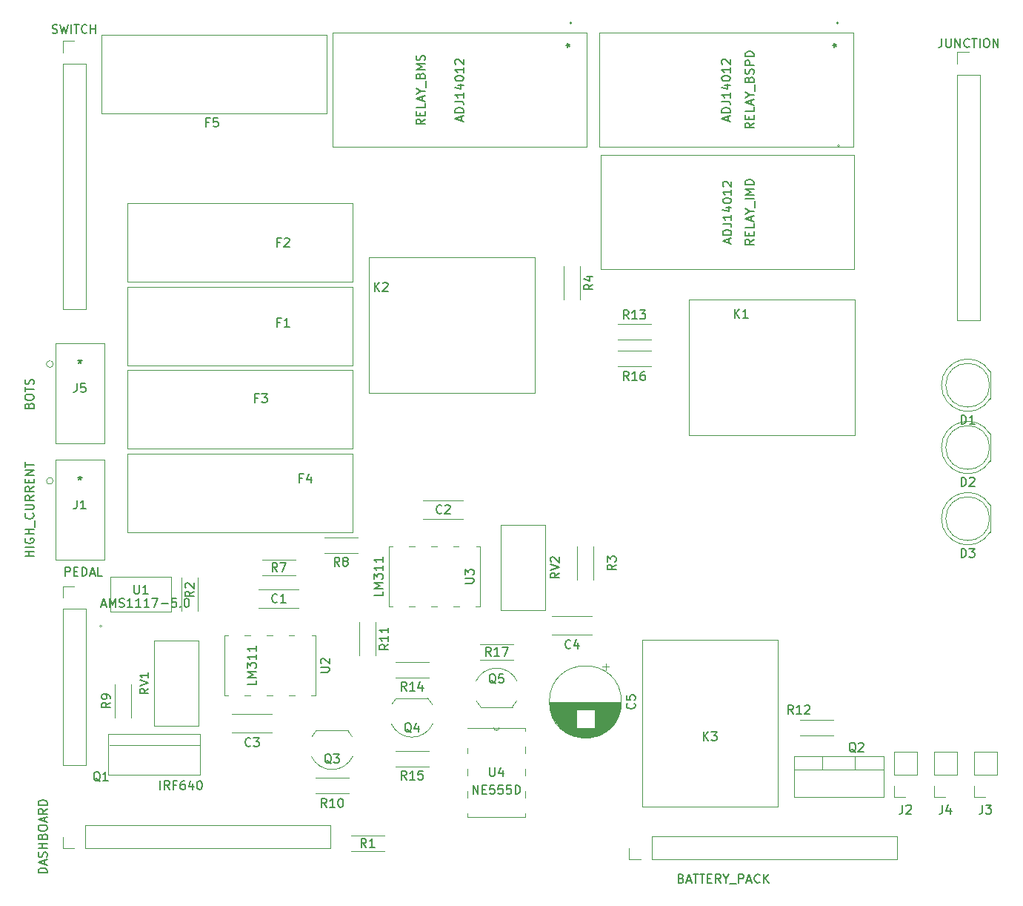
<source format=gbr>
%TF.GenerationSoftware,KiCad,Pcbnew,(6.0.5)*%
%TF.CreationDate,2022-09-04T18:06:33+09:00*%
%TF.ProjectId,LAST SHUTDOWN,4c415354-2053-4485-9554-444f574e2e6b,rev?*%
%TF.SameCoordinates,Original*%
%TF.FileFunction,Legend,Top*%
%TF.FilePolarity,Positive*%
%FSLAX46Y46*%
G04 Gerber Fmt 4.6, Leading zero omitted, Abs format (unit mm)*
G04 Created by KiCad (PCBNEW (6.0.5)) date 2022-09-04 18:06:33*
%MOMM*%
%LPD*%
G01*
G04 APERTURE LIST*
%ADD10C,0.150000*%
%ADD11C,0.120000*%
G04 APERTURE END LIST*
D10*
%TO.C,D2*%
X162334904Y-121252380D02*
X162334904Y-120252380D01*
X162573000Y-120252380D01*
X162715857Y-120300000D01*
X162811095Y-120395238D01*
X162858714Y-120490476D01*
X162906333Y-120680952D01*
X162906333Y-120823809D01*
X162858714Y-121014285D01*
X162811095Y-121109523D01*
X162715857Y-121204761D01*
X162573000Y-121252380D01*
X162334904Y-121252380D01*
X163287285Y-120347619D02*
X163334904Y-120300000D01*
X163430142Y-120252380D01*
X163668238Y-120252380D01*
X163763476Y-120300000D01*
X163811095Y-120347619D01*
X163858714Y-120442857D01*
X163858714Y-120538095D01*
X163811095Y-120680952D01*
X163239666Y-121252380D01*
X163858714Y-121252380D01*
%TO.C,D1*%
X162334904Y-114140380D02*
X162334904Y-113140380D01*
X162573000Y-113140380D01*
X162715857Y-113188000D01*
X162811095Y-113283238D01*
X162858714Y-113378476D01*
X162906333Y-113568952D01*
X162906333Y-113711809D01*
X162858714Y-113902285D01*
X162811095Y-113997523D01*
X162715857Y-114092761D01*
X162573000Y-114140380D01*
X162334904Y-114140380D01*
X163858714Y-114140380D02*
X163287285Y-114140380D01*
X163573000Y-114140380D02*
X163573000Y-113140380D01*
X163477761Y-113283238D01*
X163382523Y-113378476D01*
X163287285Y-113426095D01*
%TO.C,D3*%
X162334904Y-129380380D02*
X162334904Y-128380380D01*
X162573000Y-128380380D01*
X162715857Y-128428000D01*
X162811095Y-128523238D01*
X162858714Y-128618476D01*
X162906333Y-128808952D01*
X162906333Y-128951809D01*
X162858714Y-129142285D01*
X162811095Y-129237523D01*
X162715857Y-129332761D01*
X162573000Y-129380380D01*
X162334904Y-129380380D01*
X163239666Y-128380380D02*
X163858714Y-128380380D01*
X163525380Y-128761333D01*
X163668238Y-128761333D01*
X163763476Y-128808952D01*
X163811095Y-128856571D01*
X163858714Y-128951809D01*
X163858714Y-129189904D01*
X163811095Y-129285142D01*
X163763476Y-129332761D01*
X163668238Y-129380380D01*
X163382523Y-129380380D01*
X163287285Y-129332761D01*
X163239666Y-129285142D01*
%TO.C,R9*%
X65080380Y-145962666D02*
X64604190Y-146296000D01*
X65080380Y-146534095D02*
X64080380Y-146534095D01*
X64080380Y-146153142D01*
X64128000Y-146057904D01*
X64175619Y-146010285D01*
X64270857Y-145962666D01*
X64413714Y-145962666D01*
X64508952Y-146010285D01*
X64556571Y-146057904D01*
X64604190Y-146153142D01*
X64604190Y-146534095D01*
X65080380Y-145486476D02*
X65080380Y-145296000D01*
X65032761Y-145200761D01*
X64985142Y-145153142D01*
X64842285Y-145057904D01*
X64651809Y-145010285D01*
X64270857Y-145010285D01*
X64175619Y-145057904D01*
X64128000Y-145105523D01*
X64080380Y-145200761D01*
X64080380Y-145391238D01*
X64128000Y-145486476D01*
X64175619Y-145534095D01*
X64270857Y-145581714D01*
X64508952Y-145581714D01*
X64604190Y-145534095D01*
X64651809Y-145486476D01*
X64699428Y-145391238D01*
X64699428Y-145200761D01*
X64651809Y-145105523D01*
X64604190Y-145057904D01*
X64508952Y-145010285D01*
%TO.C,RELAY_BSPD*%
X138628380Y-79763704D02*
X138152190Y-80097038D01*
X138628380Y-80335133D02*
X137628380Y-80335133D01*
X137628380Y-79954180D01*
X137676000Y-79858942D01*
X137723619Y-79811323D01*
X137818857Y-79763704D01*
X137961714Y-79763704D01*
X138056952Y-79811323D01*
X138104571Y-79858942D01*
X138152190Y-79954180D01*
X138152190Y-80335133D01*
X138104571Y-79335133D02*
X138104571Y-79001800D01*
X138628380Y-78858942D02*
X138628380Y-79335133D01*
X137628380Y-79335133D01*
X137628380Y-78858942D01*
X138628380Y-77954180D02*
X138628380Y-78430371D01*
X137628380Y-78430371D01*
X138342666Y-77668466D02*
X138342666Y-77192276D01*
X138628380Y-77763704D02*
X137628380Y-77430371D01*
X138628380Y-77097038D01*
X138152190Y-76573228D02*
X138628380Y-76573228D01*
X137628380Y-76906561D02*
X138152190Y-76573228D01*
X137628380Y-76239895D01*
X138723619Y-76144657D02*
X138723619Y-75382752D01*
X138104571Y-74811323D02*
X138152190Y-74668466D01*
X138199809Y-74620847D01*
X138295047Y-74573228D01*
X138437904Y-74573228D01*
X138533142Y-74620847D01*
X138580761Y-74668466D01*
X138628380Y-74763704D01*
X138628380Y-75144657D01*
X137628380Y-75144657D01*
X137628380Y-74811323D01*
X137676000Y-74716085D01*
X137723619Y-74668466D01*
X137818857Y-74620847D01*
X137914095Y-74620847D01*
X138009333Y-74668466D01*
X138056952Y-74716085D01*
X138104571Y-74811323D01*
X138104571Y-75144657D01*
X138580761Y-74192276D02*
X138628380Y-74049419D01*
X138628380Y-73811323D01*
X138580761Y-73716085D01*
X138533142Y-73668466D01*
X138437904Y-73620847D01*
X138342666Y-73620847D01*
X138247428Y-73668466D01*
X138199809Y-73716085D01*
X138152190Y-73811323D01*
X138104571Y-74001800D01*
X138056952Y-74097038D01*
X138009333Y-74144657D01*
X137914095Y-74192276D01*
X137818857Y-74192276D01*
X137723619Y-74144657D01*
X137676000Y-74097038D01*
X137628380Y-74001800D01*
X137628380Y-73763704D01*
X137676000Y-73620847D01*
X138628380Y-73192276D02*
X137628380Y-73192276D01*
X137628380Y-72811323D01*
X137676000Y-72716085D01*
X137723619Y-72668466D01*
X137818857Y-72620847D01*
X137961714Y-72620847D01*
X138056952Y-72668466D01*
X138104571Y-72716085D01*
X138152190Y-72811323D01*
X138152190Y-73192276D01*
X138628380Y-72192276D02*
X137628380Y-72192276D01*
X137628380Y-71954180D01*
X137676000Y-71811323D01*
X137771238Y-71716085D01*
X137866476Y-71668466D01*
X138056952Y-71620847D01*
X138199809Y-71620847D01*
X138390285Y-71668466D01*
X138485523Y-71716085D01*
X138580761Y-71811323D01*
X138628380Y-71954180D01*
X138628380Y-72192276D01*
X135663166Y-79501800D02*
X135663166Y-79025609D01*
X135948880Y-79597038D02*
X134948880Y-79263704D01*
X135948880Y-78930371D01*
X135948880Y-78597038D02*
X134948880Y-78597038D01*
X134948880Y-78358942D01*
X134996500Y-78216085D01*
X135091738Y-78120847D01*
X135186976Y-78073228D01*
X135377452Y-78025609D01*
X135520309Y-78025609D01*
X135710785Y-78073228D01*
X135806023Y-78120847D01*
X135901261Y-78216085D01*
X135948880Y-78358942D01*
X135948880Y-78597038D01*
X134948880Y-77311323D02*
X135663166Y-77311323D01*
X135806023Y-77358942D01*
X135901261Y-77454180D01*
X135948880Y-77597038D01*
X135948880Y-77692276D01*
X135948880Y-76311323D02*
X135948880Y-76882752D01*
X135948880Y-76597038D02*
X134948880Y-76597038D01*
X135091738Y-76692276D01*
X135186976Y-76787514D01*
X135234595Y-76882752D01*
X135282214Y-75454180D02*
X135948880Y-75454180D01*
X134901261Y-75692276D02*
X135615547Y-75930371D01*
X135615547Y-75311323D01*
X134948880Y-74739895D02*
X134948880Y-74644657D01*
X134996500Y-74549419D01*
X135044119Y-74501800D01*
X135139357Y-74454180D01*
X135329833Y-74406561D01*
X135567928Y-74406561D01*
X135758404Y-74454180D01*
X135853642Y-74501800D01*
X135901261Y-74549419D01*
X135948880Y-74644657D01*
X135948880Y-74739895D01*
X135901261Y-74835133D01*
X135853642Y-74882752D01*
X135758404Y-74930371D01*
X135567928Y-74977990D01*
X135329833Y-74977990D01*
X135139357Y-74930371D01*
X135044119Y-74882752D01*
X134996500Y-74835133D01*
X134948880Y-74739895D01*
X135948880Y-73454180D02*
X135948880Y-74025609D01*
X135948880Y-73739895D02*
X134948880Y-73739895D01*
X135091738Y-73835133D01*
X135186976Y-73930371D01*
X135234595Y-74025609D01*
X135044119Y-73073228D02*
X134996500Y-73025609D01*
X134948880Y-72930371D01*
X134948880Y-72692276D01*
X134996500Y-72597038D01*
X135044119Y-72549419D01*
X135139357Y-72501800D01*
X135234595Y-72501800D01*
X135377452Y-72549419D01*
X135948880Y-73120847D01*
X135948880Y-72501800D01*
X147648880Y-70921800D02*
X147886976Y-70921800D01*
X147791738Y-71159895D02*
X147886976Y-70921800D01*
X147791738Y-70683704D01*
X148077452Y-71064657D02*
X147886976Y-70921800D01*
X148077452Y-70778942D01*
%TO.C,J2*%
X155622666Y-157670380D02*
X155622666Y-158384666D01*
X155575047Y-158527523D01*
X155479809Y-158622761D01*
X155336952Y-158670380D01*
X155241714Y-158670380D01*
X156051238Y-157765619D02*
X156098857Y-157718000D01*
X156194095Y-157670380D01*
X156432190Y-157670380D01*
X156527428Y-157718000D01*
X156575047Y-157765619D01*
X156622666Y-157860857D01*
X156622666Y-157956095D01*
X156575047Y-158098952D01*
X156003619Y-158670380D01*
X156622666Y-158670380D01*
%TO.C,R13*%
X124325142Y-102164380D02*
X123991809Y-101688190D01*
X123753714Y-102164380D02*
X123753714Y-101164380D01*
X124134666Y-101164380D01*
X124229904Y-101212000D01*
X124277523Y-101259619D01*
X124325142Y-101354857D01*
X124325142Y-101497714D01*
X124277523Y-101592952D01*
X124229904Y-101640571D01*
X124134666Y-101688190D01*
X123753714Y-101688190D01*
X125277523Y-102164380D02*
X124706095Y-102164380D01*
X124991809Y-102164380D02*
X124991809Y-101164380D01*
X124896571Y-101307238D01*
X124801333Y-101402476D01*
X124706095Y-101450095D01*
X125610857Y-101164380D02*
X126229904Y-101164380D01*
X125896571Y-101545333D01*
X126039428Y-101545333D01*
X126134666Y-101592952D01*
X126182285Y-101640571D01*
X126229904Y-101735809D01*
X126229904Y-101973904D01*
X126182285Y-102069142D01*
X126134666Y-102116761D01*
X126039428Y-102164380D01*
X125753714Y-102164380D01*
X125658476Y-102116761D01*
X125610857Y-102069142D01*
%TO.C,R15*%
X98925142Y-154772380D02*
X98591809Y-154296190D01*
X98353714Y-154772380D02*
X98353714Y-153772380D01*
X98734666Y-153772380D01*
X98829904Y-153820000D01*
X98877523Y-153867619D01*
X98925142Y-153962857D01*
X98925142Y-154105714D01*
X98877523Y-154200952D01*
X98829904Y-154248571D01*
X98734666Y-154296190D01*
X98353714Y-154296190D01*
X99877523Y-154772380D02*
X99306095Y-154772380D01*
X99591809Y-154772380D02*
X99591809Y-153772380D01*
X99496571Y-153915238D01*
X99401333Y-154010476D01*
X99306095Y-154058095D01*
X100782285Y-153772380D02*
X100306095Y-153772380D01*
X100258476Y-154248571D01*
X100306095Y-154200952D01*
X100401333Y-154153333D01*
X100639428Y-154153333D01*
X100734666Y-154200952D01*
X100782285Y-154248571D01*
X100829904Y-154343809D01*
X100829904Y-154581904D01*
X100782285Y-154677142D01*
X100734666Y-154724761D01*
X100639428Y-154772380D01*
X100401333Y-154772380D01*
X100306095Y-154724761D01*
X100258476Y-154677142D01*
%TO.C,Q5*%
X109124761Y-143803619D02*
X109029523Y-143756000D01*
X108934285Y-143660761D01*
X108791428Y-143517904D01*
X108696190Y-143470285D01*
X108600952Y-143470285D01*
X108648571Y-143708380D02*
X108553333Y-143660761D01*
X108458095Y-143565523D01*
X108410476Y-143375047D01*
X108410476Y-143041714D01*
X108458095Y-142851238D01*
X108553333Y-142756000D01*
X108648571Y-142708380D01*
X108839047Y-142708380D01*
X108934285Y-142756000D01*
X109029523Y-142851238D01*
X109077142Y-143041714D01*
X109077142Y-143375047D01*
X109029523Y-143565523D01*
X108934285Y-143660761D01*
X108839047Y-143708380D01*
X108648571Y-143708380D01*
X109981904Y-142708380D02*
X109505714Y-142708380D01*
X109458095Y-143184571D01*
X109505714Y-143136952D01*
X109600952Y-143089333D01*
X109839047Y-143089333D01*
X109934285Y-143136952D01*
X109981904Y-143184571D01*
X110029523Y-143279809D01*
X110029523Y-143517904D01*
X109981904Y-143613142D01*
X109934285Y-143660761D01*
X109839047Y-143708380D01*
X109600952Y-143708380D01*
X109505714Y-143660761D01*
X109458095Y-143613142D01*
%TO.C,F5*%
X76374666Y-79684571D02*
X76041333Y-79684571D01*
X76041333Y-80208380D02*
X76041333Y-79208380D01*
X76517523Y-79208380D01*
X77374666Y-79208380D02*
X76898476Y-79208380D01*
X76850857Y-79684571D01*
X76898476Y-79636952D01*
X76993714Y-79589333D01*
X77231809Y-79589333D01*
X77327047Y-79636952D01*
X77374666Y-79684571D01*
X77422285Y-79779809D01*
X77422285Y-80017904D01*
X77374666Y-80113142D01*
X77327047Y-80160761D01*
X77231809Y-80208380D01*
X76993714Y-80208380D01*
X76898476Y-80160761D01*
X76850857Y-80113142D01*
%TO.C,J4*%
X160194666Y-157670380D02*
X160194666Y-158384666D01*
X160147047Y-158527523D01*
X160051809Y-158622761D01*
X159908952Y-158670380D01*
X159813714Y-158670380D01*
X161099428Y-158003714D02*
X161099428Y-158670380D01*
X160861333Y-157622761D02*
X160623238Y-158337047D01*
X161242285Y-158337047D01*
%TO.C,R14*%
X98925142Y-144612380D02*
X98591809Y-144136190D01*
X98353714Y-144612380D02*
X98353714Y-143612380D01*
X98734666Y-143612380D01*
X98829904Y-143660000D01*
X98877523Y-143707619D01*
X98925142Y-143802857D01*
X98925142Y-143945714D01*
X98877523Y-144040952D01*
X98829904Y-144088571D01*
X98734666Y-144136190D01*
X98353714Y-144136190D01*
X99877523Y-144612380D02*
X99306095Y-144612380D01*
X99591809Y-144612380D02*
X99591809Y-143612380D01*
X99496571Y-143755238D01*
X99401333Y-143850476D01*
X99306095Y-143898095D01*
X100734666Y-143945714D02*
X100734666Y-144612380D01*
X100496571Y-143564761D02*
X100258476Y-144279047D01*
X100877523Y-144279047D01*
%TO.C,F4*%
X87042666Y-120324571D02*
X86709333Y-120324571D01*
X86709333Y-120848380D02*
X86709333Y-119848380D01*
X87185523Y-119848380D01*
X87995047Y-120181714D02*
X87995047Y-120848380D01*
X87756952Y-119800761D02*
X87518857Y-120515047D01*
X88137904Y-120515047D01*
%TO.C,DASHBOARD*%
X57856380Y-165432857D02*
X56856380Y-165432857D01*
X56856380Y-165194761D01*
X56904000Y-165051904D01*
X56999238Y-164956666D01*
X57094476Y-164909047D01*
X57284952Y-164861428D01*
X57427809Y-164861428D01*
X57618285Y-164909047D01*
X57713523Y-164956666D01*
X57808761Y-165051904D01*
X57856380Y-165194761D01*
X57856380Y-165432857D01*
X57570666Y-164480476D02*
X57570666Y-164004285D01*
X57856380Y-164575714D02*
X56856380Y-164242380D01*
X57856380Y-163909047D01*
X57808761Y-163623333D02*
X57856380Y-163480476D01*
X57856380Y-163242380D01*
X57808761Y-163147142D01*
X57761142Y-163099523D01*
X57665904Y-163051904D01*
X57570666Y-163051904D01*
X57475428Y-163099523D01*
X57427809Y-163147142D01*
X57380190Y-163242380D01*
X57332571Y-163432857D01*
X57284952Y-163528095D01*
X57237333Y-163575714D01*
X57142095Y-163623333D01*
X57046857Y-163623333D01*
X56951619Y-163575714D01*
X56904000Y-163528095D01*
X56856380Y-163432857D01*
X56856380Y-163194761D01*
X56904000Y-163051904D01*
X57856380Y-162623333D02*
X56856380Y-162623333D01*
X57332571Y-162623333D02*
X57332571Y-162051904D01*
X57856380Y-162051904D02*
X56856380Y-162051904D01*
X57332571Y-161242380D02*
X57380190Y-161099523D01*
X57427809Y-161051904D01*
X57523047Y-161004285D01*
X57665904Y-161004285D01*
X57761142Y-161051904D01*
X57808761Y-161099523D01*
X57856380Y-161194761D01*
X57856380Y-161575714D01*
X56856380Y-161575714D01*
X56856380Y-161242380D01*
X56904000Y-161147142D01*
X56951619Y-161099523D01*
X57046857Y-161051904D01*
X57142095Y-161051904D01*
X57237333Y-161099523D01*
X57284952Y-161147142D01*
X57332571Y-161242380D01*
X57332571Y-161575714D01*
X56856380Y-160385238D02*
X56856380Y-160194761D01*
X56904000Y-160099523D01*
X56999238Y-160004285D01*
X57189714Y-159956666D01*
X57523047Y-159956666D01*
X57713523Y-160004285D01*
X57808761Y-160099523D01*
X57856380Y-160194761D01*
X57856380Y-160385238D01*
X57808761Y-160480476D01*
X57713523Y-160575714D01*
X57523047Y-160623333D01*
X57189714Y-160623333D01*
X56999238Y-160575714D01*
X56904000Y-160480476D01*
X56856380Y-160385238D01*
X57570666Y-159575714D02*
X57570666Y-159099523D01*
X57856380Y-159670952D02*
X56856380Y-159337619D01*
X57856380Y-159004285D01*
X57856380Y-158099523D02*
X57380190Y-158432857D01*
X57856380Y-158670952D02*
X56856380Y-158670952D01*
X56856380Y-158290000D01*
X56904000Y-158194761D01*
X56951619Y-158147142D01*
X57046857Y-158099523D01*
X57189714Y-158099523D01*
X57284952Y-158147142D01*
X57332571Y-158194761D01*
X57380190Y-158290000D01*
X57380190Y-158670952D01*
X57856380Y-157670952D02*
X56856380Y-157670952D01*
X56856380Y-157432857D01*
X56904000Y-157290000D01*
X56999238Y-157194761D01*
X57094476Y-157147142D01*
X57284952Y-157099523D01*
X57427809Y-157099523D01*
X57618285Y-157147142D01*
X57713523Y-157194761D01*
X57808761Y-157290000D01*
X57856380Y-157432857D01*
X57856380Y-157670952D01*
%TO.C,R7*%
X84161333Y-131008380D02*
X83828000Y-130532190D01*
X83589904Y-131008380D02*
X83589904Y-130008380D01*
X83970857Y-130008380D01*
X84066095Y-130056000D01*
X84113714Y-130103619D01*
X84161333Y-130198857D01*
X84161333Y-130341714D01*
X84113714Y-130436952D01*
X84066095Y-130484571D01*
X83970857Y-130532190D01*
X83589904Y-130532190D01*
X84494666Y-130008380D02*
X85161333Y-130008380D01*
X84732761Y-131008380D01*
%TO.C,F3*%
X81962666Y-111180571D02*
X81629333Y-111180571D01*
X81629333Y-111704380D02*
X81629333Y-110704380D01*
X82105523Y-110704380D01*
X82391238Y-110704380D02*
X83010285Y-110704380D01*
X82676952Y-111085333D01*
X82819809Y-111085333D01*
X82915047Y-111132952D01*
X82962666Y-111180571D01*
X83010285Y-111275809D01*
X83010285Y-111513904D01*
X82962666Y-111609142D01*
X82915047Y-111656761D01*
X82819809Y-111704380D01*
X82534095Y-111704380D01*
X82438857Y-111656761D01*
X82391238Y-111609142D01*
%TO.C,Q2*%
X150272761Y-151654619D02*
X150177523Y-151607000D01*
X150082285Y-151511761D01*
X149939428Y-151368904D01*
X149844190Y-151321285D01*
X149748952Y-151321285D01*
X149796571Y-151559380D02*
X149701333Y-151511761D01*
X149606095Y-151416523D01*
X149558476Y-151226047D01*
X149558476Y-150892714D01*
X149606095Y-150702238D01*
X149701333Y-150607000D01*
X149796571Y-150559380D01*
X149987047Y-150559380D01*
X150082285Y-150607000D01*
X150177523Y-150702238D01*
X150225142Y-150892714D01*
X150225142Y-151226047D01*
X150177523Y-151416523D01*
X150082285Y-151511761D01*
X149987047Y-151559380D01*
X149796571Y-151559380D01*
X150606095Y-150654619D02*
X150653714Y-150607000D01*
X150748952Y-150559380D01*
X150987047Y-150559380D01*
X151082285Y-150607000D01*
X151129904Y-150654619D01*
X151177523Y-150749857D01*
X151177523Y-150845095D01*
X151129904Y-150987952D01*
X150558476Y-151559380D01*
X151177523Y-151559380D01*
%TO.C,R11*%
X96860380Y-139326857D02*
X96384190Y-139660190D01*
X96860380Y-139898285D02*
X95860380Y-139898285D01*
X95860380Y-139517333D01*
X95908000Y-139422095D01*
X95955619Y-139374476D01*
X96050857Y-139326857D01*
X96193714Y-139326857D01*
X96288952Y-139374476D01*
X96336571Y-139422095D01*
X96384190Y-139517333D01*
X96384190Y-139898285D01*
X96860380Y-138374476D02*
X96860380Y-138945904D01*
X96860380Y-138660190D02*
X95860380Y-138660190D01*
X96003238Y-138755428D01*
X96098476Y-138850666D01*
X96146095Y-138945904D01*
X96860380Y-137422095D02*
X96860380Y-137993523D01*
X96860380Y-137707809D02*
X95860380Y-137707809D01*
X96003238Y-137803047D01*
X96098476Y-137898285D01*
X96146095Y-137993523D01*
%TO.C,K3*%
X132865904Y-150312380D02*
X132865904Y-149312380D01*
X133437333Y-150312380D02*
X133008761Y-149740952D01*
X133437333Y-149312380D02*
X132865904Y-149883809D01*
X133770666Y-149312380D02*
X134389714Y-149312380D01*
X134056380Y-149693333D01*
X134199238Y-149693333D01*
X134294476Y-149740952D01*
X134342095Y-149788571D01*
X134389714Y-149883809D01*
X134389714Y-150121904D01*
X134342095Y-150217142D01*
X134294476Y-150264761D01*
X134199238Y-150312380D01*
X133913523Y-150312380D01*
X133818285Y-150264761D01*
X133770666Y-150217142D01*
%TO.C,Q1*%
X63912761Y-154979619D02*
X63817523Y-154932000D01*
X63722285Y-154836761D01*
X63579428Y-154693904D01*
X63484190Y-154646285D01*
X63388952Y-154646285D01*
X63436571Y-154884380D02*
X63341333Y-154836761D01*
X63246095Y-154741523D01*
X63198476Y-154551047D01*
X63198476Y-154217714D01*
X63246095Y-154027238D01*
X63341333Y-153932000D01*
X63436571Y-153884380D01*
X63627047Y-153884380D01*
X63722285Y-153932000D01*
X63817523Y-154027238D01*
X63865142Y-154217714D01*
X63865142Y-154551047D01*
X63817523Y-154741523D01*
X63722285Y-154836761D01*
X63627047Y-154884380D01*
X63436571Y-154884380D01*
X64817523Y-154884380D02*
X64246095Y-154884380D01*
X64531809Y-154884380D02*
X64531809Y-153884380D01*
X64436571Y-154027238D01*
X64341333Y-154122476D01*
X64246095Y-154170095D01*
X70794857Y-155900380D02*
X70794857Y-154900380D01*
X71842476Y-155900380D02*
X71509142Y-155424190D01*
X71271047Y-155900380D02*
X71271047Y-154900380D01*
X71652000Y-154900380D01*
X71747238Y-154948000D01*
X71794857Y-154995619D01*
X71842476Y-155090857D01*
X71842476Y-155233714D01*
X71794857Y-155328952D01*
X71747238Y-155376571D01*
X71652000Y-155424190D01*
X71271047Y-155424190D01*
X72604380Y-155376571D02*
X72271047Y-155376571D01*
X72271047Y-155900380D02*
X72271047Y-154900380D01*
X72747238Y-154900380D01*
X73556761Y-154900380D02*
X73366285Y-154900380D01*
X73271047Y-154948000D01*
X73223428Y-154995619D01*
X73128190Y-155138476D01*
X73080571Y-155328952D01*
X73080571Y-155709904D01*
X73128190Y-155805142D01*
X73175809Y-155852761D01*
X73271047Y-155900380D01*
X73461523Y-155900380D01*
X73556761Y-155852761D01*
X73604380Y-155805142D01*
X73652000Y-155709904D01*
X73652000Y-155471809D01*
X73604380Y-155376571D01*
X73556761Y-155328952D01*
X73461523Y-155281333D01*
X73271047Y-155281333D01*
X73175809Y-155328952D01*
X73128190Y-155376571D01*
X73080571Y-155471809D01*
X74509142Y-155233714D02*
X74509142Y-155900380D01*
X74271047Y-154852761D02*
X74032952Y-155567047D01*
X74652000Y-155567047D01*
X75223428Y-154900380D02*
X75318666Y-154900380D01*
X75413904Y-154948000D01*
X75461523Y-154995619D01*
X75509142Y-155090857D01*
X75556761Y-155281333D01*
X75556761Y-155519428D01*
X75509142Y-155709904D01*
X75461523Y-155805142D01*
X75413904Y-155852761D01*
X75318666Y-155900380D01*
X75223428Y-155900380D01*
X75128190Y-155852761D01*
X75080571Y-155805142D01*
X75032952Y-155709904D01*
X74985333Y-155519428D01*
X74985333Y-155281333D01*
X75032952Y-155090857D01*
X75080571Y-154995619D01*
X75128190Y-154948000D01*
X75223428Y-154900380D01*
%TO.C,PEDAL*%
X59928380Y-131516380D02*
X59928380Y-130516380D01*
X60309333Y-130516380D01*
X60404571Y-130564000D01*
X60452190Y-130611619D01*
X60499809Y-130706857D01*
X60499809Y-130849714D01*
X60452190Y-130944952D01*
X60404571Y-130992571D01*
X60309333Y-131040190D01*
X59928380Y-131040190D01*
X60928380Y-130992571D02*
X61261714Y-130992571D01*
X61404571Y-131516380D02*
X60928380Y-131516380D01*
X60928380Y-130516380D01*
X61404571Y-130516380D01*
X61833142Y-131516380D02*
X61833142Y-130516380D01*
X62071238Y-130516380D01*
X62214095Y-130564000D01*
X62309333Y-130659238D01*
X62356952Y-130754476D01*
X62404571Y-130944952D01*
X62404571Y-131087809D01*
X62356952Y-131278285D01*
X62309333Y-131373523D01*
X62214095Y-131468761D01*
X62071238Y-131516380D01*
X61833142Y-131516380D01*
X62785523Y-131230666D02*
X63261714Y-131230666D01*
X62690285Y-131516380D02*
X63023619Y-130516380D01*
X63356952Y-131516380D01*
X64166476Y-131516380D02*
X63690285Y-131516380D01*
X63690285Y-130516380D01*
%TO.C,RELAY_BMS*%
X101036380Y-79335133D02*
X100560190Y-79668466D01*
X101036380Y-79906561D02*
X100036380Y-79906561D01*
X100036380Y-79525609D01*
X100084000Y-79430371D01*
X100131619Y-79382752D01*
X100226857Y-79335133D01*
X100369714Y-79335133D01*
X100464952Y-79382752D01*
X100512571Y-79430371D01*
X100560190Y-79525609D01*
X100560190Y-79906561D01*
X100512571Y-78906561D02*
X100512571Y-78573228D01*
X101036380Y-78430371D02*
X101036380Y-78906561D01*
X100036380Y-78906561D01*
X100036380Y-78430371D01*
X101036380Y-77525609D02*
X101036380Y-78001800D01*
X100036380Y-78001800D01*
X100750666Y-77239895D02*
X100750666Y-76763704D01*
X101036380Y-77335133D02*
X100036380Y-77001800D01*
X101036380Y-76668466D01*
X100560190Y-76144657D02*
X101036380Y-76144657D01*
X100036380Y-76477990D02*
X100560190Y-76144657D01*
X100036380Y-75811323D01*
X101131619Y-75716085D02*
X101131619Y-74954180D01*
X100512571Y-74382752D02*
X100560190Y-74239895D01*
X100607809Y-74192276D01*
X100703047Y-74144657D01*
X100845904Y-74144657D01*
X100941142Y-74192276D01*
X100988761Y-74239895D01*
X101036380Y-74335133D01*
X101036380Y-74716085D01*
X100036380Y-74716085D01*
X100036380Y-74382752D01*
X100084000Y-74287514D01*
X100131619Y-74239895D01*
X100226857Y-74192276D01*
X100322095Y-74192276D01*
X100417333Y-74239895D01*
X100464952Y-74287514D01*
X100512571Y-74382752D01*
X100512571Y-74716085D01*
X101036380Y-73716085D02*
X100036380Y-73716085D01*
X100750666Y-73382752D01*
X100036380Y-73049419D01*
X101036380Y-73049419D01*
X100988761Y-72620847D02*
X101036380Y-72477990D01*
X101036380Y-72239895D01*
X100988761Y-72144657D01*
X100941142Y-72097038D01*
X100845904Y-72049419D01*
X100750666Y-72049419D01*
X100655428Y-72097038D01*
X100607809Y-72144657D01*
X100560190Y-72239895D01*
X100512571Y-72430371D01*
X100464952Y-72525609D01*
X100417333Y-72573228D01*
X100322095Y-72620847D01*
X100226857Y-72620847D01*
X100131619Y-72573228D01*
X100084000Y-72525609D01*
X100036380Y-72430371D01*
X100036380Y-72192276D01*
X100084000Y-72049419D01*
X105183166Y-79501800D02*
X105183166Y-79025609D01*
X105468880Y-79597038D02*
X104468880Y-79263704D01*
X105468880Y-78930371D01*
X105468880Y-78597038D02*
X104468880Y-78597038D01*
X104468880Y-78358942D01*
X104516500Y-78216085D01*
X104611738Y-78120847D01*
X104706976Y-78073228D01*
X104897452Y-78025609D01*
X105040309Y-78025609D01*
X105230785Y-78073228D01*
X105326023Y-78120847D01*
X105421261Y-78216085D01*
X105468880Y-78358942D01*
X105468880Y-78597038D01*
X104468880Y-77311323D02*
X105183166Y-77311323D01*
X105326023Y-77358942D01*
X105421261Y-77454180D01*
X105468880Y-77597038D01*
X105468880Y-77692276D01*
X105468880Y-76311323D02*
X105468880Y-76882752D01*
X105468880Y-76597038D02*
X104468880Y-76597038D01*
X104611738Y-76692276D01*
X104706976Y-76787514D01*
X104754595Y-76882752D01*
X104802214Y-75454180D02*
X105468880Y-75454180D01*
X104421261Y-75692276D02*
X105135547Y-75930371D01*
X105135547Y-75311323D01*
X104468880Y-74739895D02*
X104468880Y-74644657D01*
X104516500Y-74549419D01*
X104564119Y-74501800D01*
X104659357Y-74454180D01*
X104849833Y-74406561D01*
X105087928Y-74406561D01*
X105278404Y-74454180D01*
X105373642Y-74501800D01*
X105421261Y-74549419D01*
X105468880Y-74644657D01*
X105468880Y-74739895D01*
X105421261Y-74835133D01*
X105373642Y-74882752D01*
X105278404Y-74930371D01*
X105087928Y-74977990D01*
X104849833Y-74977990D01*
X104659357Y-74930371D01*
X104564119Y-74882752D01*
X104516500Y-74835133D01*
X104468880Y-74739895D01*
X105468880Y-73454180D02*
X105468880Y-74025609D01*
X105468880Y-73739895D02*
X104468880Y-73739895D01*
X104611738Y-73835133D01*
X104706976Y-73930371D01*
X104754595Y-74025609D01*
X104564119Y-73073228D02*
X104516500Y-73025609D01*
X104468880Y-72930371D01*
X104468880Y-72692276D01*
X104516500Y-72597038D01*
X104564119Y-72549419D01*
X104659357Y-72501800D01*
X104754595Y-72501800D01*
X104897452Y-72549419D01*
X105468880Y-73120847D01*
X105468880Y-72501800D01*
X117168880Y-70921800D02*
X117406976Y-70921800D01*
X117311738Y-71159895D02*
X117406976Y-70921800D01*
X117311738Y-70683704D01*
X117597452Y-71064657D02*
X117406976Y-70921800D01*
X117597452Y-70778942D01*
%TO.C,J5*%
X61261666Y-109523280D02*
X61261666Y-110237566D01*
X61214047Y-110380423D01*
X61118809Y-110475661D01*
X60975952Y-110523280D01*
X60880714Y-110523280D01*
X62214047Y-109523280D02*
X61737857Y-109523280D01*
X61690238Y-109999471D01*
X61737857Y-109951852D01*
X61833095Y-109904233D01*
X62071190Y-109904233D01*
X62166428Y-109951852D01*
X62214047Y-109999471D01*
X62261666Y-110094709D01*
X62261666Y-110332804D01*
X62214047Y-110428042D01*
X62166428Y-110475661D01*
X62071190Y-110523280D01*
X61833095Y-110523280D01*
X61737857Y-110475661D01*
X61690238Y-110428042D01*
X55808571Y-112053523D02*
X55856190Y-111910666D01*
X55903809Y-111863047D01*
X55999047Y-111815428D01*
X56141904Y-111815428D01*
X56237142Y-111863047D01*
X56284761Y-111910666D01*
X56332380Y-112005904D01*
X56332380Y-112386857D01*
X55332380Y-112386857D01*
X55332380Y-112053523D01*
X55380000Y-111958285D01*
X55427619Y-111910666D01*
X55522857Y-111863047D01*
X55618095Y-111863047D01*
X55713333Y-111910666D01*
X55760952Y-111958285D01*
X55808571Y-112053523D01*
X55808571Y-112386857D01*
X55332380Y-111196380D02*
X55332380Y-111005904D01*
X55380000Y-110910666D01*
X55475238Y-110815428D01*
X55665714Y-110767809D01*
X55999047Y-110767809D01*
X56189523Y-110815428D01*
X56284761Y-110910666D01*
X56332380Y-111005904D01*
X56332380Y-111196380D01*
X56284761Y-111291619D01*
X56189523Y-111386857D01*
X55999047Y-111434476D01*
X55665714Y-111434476D01*
X55475238Y-111386857D01*
X55380000Y-111291619D01*
X55332380Y-111196380D01*
X55332380Y-110482095D02*
X55332380Y-109910666D01*
X56332380Y-110196380D02*
X55332380Y-110196380D01*
X56284761Y-109624952D02*
X56332380Y-109482095D01*
X56332380Y-109244000D01*
X56284761Y-109148761D01*
X56237142Y-109101142D01*
X56141904Y-109053523D01*
X56046666Y-109053523D01*
X55951428Y-109101142D01*
X55903809Y-109148761D01*
X55856190Y-109244000D01*
X55808571Y-109434476D01*
X55760952Y-109529714D01*
X55713333Y-109577333D01*
X55618095Y-109624952D01*
X55522857Y-109624952D01*
X55427619Y-109577333D01*
X55380000Y-109529714D01*
X55332380Y-109434476D01*
X55332380Y-109196380D01*
X55380000Y-109053523D01*
X61595000Y-106767380D02*
X61595000Y-107005476D01*
X61356904Y-106910238D02*
X61595000Y-107005476D01*
X61833095Y-106910238D01*
X61452142Y-107195952D02*
X61595000Y-107005476D01*
X61737857Y-107195952D01*
%TO.C,R3*%
X122880380Y-130214666D02*
X122404190Y-130548000D01*
X122880380Y-130786095D02*
X121880380Y-130786095D01*
X121880380Y-130405142D01*
X121928000Y-130309904D01*
X121975619Y-130262285D01*
X122070857Y-130214666D01*
X122213714Y-130214666D01*
X122308952Y-130262285D01*
X122356571Y-130309904D01*
X122404190Y-130405142D01*
X122404190Y-130786095D01*
X121880380Y-129881333D02*
X121880380Y-129262285D01*
X122261333Y-129595619D01*
X122261333Y-129452761D01*
X122308952Y-129357523D01*
X122356571Y-129309904D01*
X122451809Y-129262285D01*
X122689904Y-129262285D01*
X122785142Y-129309904D01*
X122832761Y-129357523D01*
X122880380Y-129452761D01*
X122880380Y-129738476D01*
X122832761Y-129833714D01*
X122785142Y-129881333D01*
%TO.C,R12*%
X143121142Y-147264380D02*
X142787809Y-146788190D01*
X142549714Y-147264380D02*
X142549714Y-146264380D01*
X142930666Y-146264380D01*
X143025904Y-146312000D01*
X143073523Y-146359619D01*
X143121142Y-146454857D01*
X143121142Y-146597714D01*
X143073523Y-146692952D01*
X143025904Y-146740571D01*
X142930666Y-146788190D01*
X142549714Y-146788190D01*
X144073523Y-147264380D02*
X143502095Y-147264380D01*
X143787809Y-147264380D02*
X143787809Y-146264380D01*
X143692571Y-146407238D01*
X143597333Y-146502476D01*
X143502095Y-146550095D01*
X144454476Y-146359619D02*
X144502095Y-146312000D01*
X144597333Y-146264380D01*
X144835428Y-146264380D01*
X144930666Y-146312000D01*
X144978285Y-146359619D01*
X145025904Y-146454857D01*
X145025904Y-146550095D01*
X144978285Y-146692952D01*
X144406857Y-147264380D01*
X145025904Y-147264380D01*
%TO.C,J3*%
X164766666Y-157670380D02*
X164766666Y-158384666D01*
X164719047Y-158527523D01*
X164623809Y-158622761D01*
X164480952Y-158670380D01*
X164385714Y-158670380D01*
X165147619Y-157670380D02*
X165766666Y-157670380D01*
X165433333Y-158051333D01*
X165576190Y-158051333D01*
X165671428Y-158098952D01*
X165719047Y-158146571D01*
X165766666Y-158241809D01*
X165766666Y-158479904D01*
X165719047Y-158575142D01*
X165671428Y-158622761D01*
X165576190Y-158670380D01*
X165290476Y-158670380D01*
X165195238Y-158622761D01*
X165147619Y-158575142D01*
%TO.C,Q4*%
X99472761Y-149391619D02*
X99377523Y-149344000D01*
X99282285Y-149248761D01*
X99139428Y-149105904D01*
X99044190Y-149058285D01*
X98948952Y-149058285D01*
X98996571Y-149296380D02*
X98901333Y-149248761D01*
X98806095Y-149153523D01*
X98758476Y-148963047D01*
X98758476Y-148629714D01*
X98806095Y-148439238D01*
X98901333Y-148344000D01*
X98996571Y-148296380D01*
X99187047Y-148296380D01*
X99282285Y-148344000D01*
X99377523Y-148439238D01*
X99425142Y-148629714D01*
X99425142Y-148963047D01*
X99377523Y-149153523D01*
X99282285Y-149248761D01*
X99187047Y-149296380D01*
X98996571Y-149296380D01*
X100282285Y-148629714D02*
X100282285Y-149296380D01*
X100044190Y-148248761D02*
X99806095Y-148963047D01*
X100425142Y-148963047D01*
%TO.C,Q3*%
X90328761Y-152947619D02*
X90233523Y-152900000D01*
X90138285Y-152804761D01*
X89995428Y-152661904D01*
X89900190Y-152614285D01*
X89804952Y-152614285D01*
X89852571Y-152852380D02*
X89757333Y-152804761D01*
X89662095Y-152709523D01*
X89614476Y-152519047D01*
X89614476Y-152185714D01*
X89662095Y-151995238D01*
X89757333Y-151900000D01*
X89852571Y-151852380D01*
X90043047Y-151852380D01*
X90138285Y-151900000D01*
X90233523Y-151995238D01*
X90281142Y-152185714D01*
X90281142Y-152519047D01*
X90233523Y-152709523D01*
X90138285Y-152804761D01*
X90043047Y-152852380D01*
X89852571Y-152852380D01*
X90614476Y-151852380D02*
X91233523Y-151852380D01*
X90900190Y-152233333D01*
X91043047Y-152233333D01*
X91138285Y-152280952D01*
X91185904Y-152328571D01*
X91233523Y-152423809D01*
X91233523Y-152661904D01*
X91185904Y-152757142D01*
X91138285Y-152804761D01*
X91043047Y-152852380D01*
X90757333Y-152852380D01*
X90662095Y-152804761D01*
X90614476Y-152757142D01*
%TO.C,C2*%
X102957333Y-124309142D02*
X102909714Y-124356761D01*
X102766857Y-124404380D01*
X102671619Y-124404380D01*
X102528761Y-124356761D01*
X102433523Y-124261523D01*
X102385904Y-124166285D01*
X102338285Y-123975809D01*
X102338285Y-123832952D01*
X102385904Y-123642476D01*
X102433523Y-123547238D01*
X102528761Y-123452000D01*
X102671619Y-123404380D01*
X102766857Y-123404380D01*
X102909714Y-123452000D01*
X102957333Y-123499619D01*
X103338285Y-123499619D02*
X103385904Y-123452000D01*
X103481142Y-123404380D01*
X103719238Y-123404380D01*
X103814476Y-123452000D01*
X103862095Y-123499619D01*
X103909714Y-123594857D01*
X103909714Y-123690095D01*
X103862095Y-123832952D01*
X103290666Y-124404380D01*
X103909714Y-124404380D01*
%TO.C,RV1*%
X69436380Y-144359238D02*
X68960190Y-144692571D01*
X69436380Y-144930666D02*
X68436380Y-144930666D01*
X68436380Y-144549714D01*
X68484000Y-144454476D01*
X68531619Y-144406857D01*
X68626857Y-144359238D01*
X68769714Y-144359238D01*
X68864952Y-144406857D01*
X68912571Y-144454476D01*
X68960190Y-144549714D01*
X68960190Y-144930666D01*
X68436380Y-144073523D02*
X69436380Y-143740190D01*
X68436380Y-143406857D01*
X69436380Y-142549714D02*
X69436380Y-143121142D01*
X69436380Y-142835428D02*
X68436380Y-142835428D01*
X68579238Y-142930666D01*
X68674476Y-143025904D01*
X68722095Y-143121142D01*
%TO.C,RELAY_IMD*%
X138628380Y-93067038D02*
X138152190Y-93400371D01*
X138628380Y-93638466D02*
X137628380Y-93638466D01*
X137628380Y-93257514D01*
X137676000Y-93162276D01*
X137723619Y-93114657D01*
X137818857Y-93067038D01*
X137961714Y-93067038D01*
X138056952Y-93114657D01*
X138104571Y-93162276D01*
X138152190Y-93257514D01*
X138152190Y-93638466D01*
X138104571Y-92638466D02*
X138104571Y-92305133D01*
X138628380Y-92162276D02*
X138628380Y-92638466D01*
X137628380Y-92638466D01*
X137628380Y-92162276D01*
X138628380Y-91257514D02*
X138628380Y-91733704D01*
X137628380Y-91733704D01*
X138342666Y-90971800D02*
X138342666Y-90495609D01*
X138628380Y-91067038D02*
X137628380Y-90733704D01*
X138628380Y-90400371D01*
X138152190Y-89876561D02*
X138628380Y-89876561D01*
X137628380Y-90209895D02*
X138152190Y-89876561D01*
X137628380Y-89543228D01*
X138723619Y-89447990D02*
X138723619Y-88686085D01*
X138628380Y-88447990D02*
X137628380Y-88447990D01*
X138628380Y-87971800D02*
X137628380Y-87971800D01*
X138342666Y-87638466D01*
X137628380Y-87305133D01*
X138628380Y-87305133D01*
X138628380Y-86828942D02*
X137628380Y-86828942D01*
X137628380Y-86590847D01*
X137676000Y-86447990D01*
X137771238Y-86352752D01*
X137866476Y-86305133D01*
X138056952Y-86257514D01*
X138199809Y-86257514D01*
X138390285Y-86305133D01*
X138485523Y-86352752D01*
X138580761Y-86447990D01*
X138628380Y-86590847D01*
X138628380Y-86828942D01*
X135790166Y-93471800D02*
X135790166Y-92995609D01*
X136075880Y-93567038D02*
X135075880Y-93233704D01*
X136075880Y-92900371D01*
X136075880Y-92567038D02*
X135075880Y-92567038D01*
X135075880Y-92328942D01*
X135123500Y-92186085D01*
X135218738Y-92090847D01*
X135313976Y-92043228D01*
X135504452Y-91995609D01*
X135647309Y-91995609D01*
X135837785Y-92043228D01*
X135933023Y-92090847D01*
X136028261Y-92186085D01*
X136075880Y-92328942D01*
X136075880Y-92567038D01*
X135075880Y-91281323D02*
X135790166Y-91281323D01*
X135933023Y-91328942D01*
X136028261Y-91424180D01*
X136075880Y-91567038D01*
X136075880Y-91662276D01*
X136075880Y-90281323D02*
X136075880Y-90852752D01*
X136075880Y-90567038D02*
X135075880Y-90567038D01*
X135218738Y-90662276D01*
X135313976Y-90757514D01*
X135361595Y-90852752D01*
X135409214Y-89424180D02*
X136075880Y-89424180D01*
X135028261Y-89662276D02*
X135742547Y-89900371D01*
X135742547Y-89281323D01*
X135075880Y-88709895D02*
X135075880Y-88614657D01*
X135123500Y-88519419D01*
X135171119Y-88471800D01*
X135266357Y-88424180D01*
X135456833Y-88376561D01*
X135694928Y-88376561D01*
X135885404Y-88424180D01*
X135980642Y-88471800D01*
X136028261Y-88519419D01*
X136075880Y-88614657D01*
X136075880Y-88709895D01*
X136028261Y-88805133D01*
X135980642Y-88852752D01*
X135885404Y-88900371D01*
X135694928Y-88947990D01*
X135456833Y-88947990D01*
X135266357Y-88900371D01*
X135171119Y-88852752D01*
X135123500Y-88805133D01*
X135075880Y-88709895D01*
X136075880Y-87424180D02*
X136075880Y-87995609D01*
X136075880Y-87709895D02*
X135075880Y-87709895D01*
X135218738Y-87805133D01*
X135313976Y-87900371D01*
X135361595Y-87995609D01*
X135171119Y-87043228D02*
X135123500Y-86995609D01*
X135075880Y-86900371D01*
X135075880Y-86662276D01*
X135123500Y-86567038D01*
X135171119Y-86519419D01*
X135266357Y-86471800D01*
X135361595Y-86471800D01*
X135504452Y-86519419D01*
X136075880Y-87090847D01*
X136075880Y-86471800D01*
%TO.C,R2*%
X74620380Y-133262666D02*
X74144190Y-133596000D01*
X74620380Y-133834095D02*
X73620380Y-133834095D01*
X73620380Y-133453142D01*
X73668000Y-133357904D01*
X73715619Y-133310285D01*
X73810857Y-133262666D01*
X73953714Y-133262666D01*
X74048952Y-133310285D01*
X74096571Y-133357904D01*
X74144190Y-133453142D01*
X74144190Y-133834095D01*
X73715619Y-132881714D02*
X73668000Y-132834095D01*
X73620380Y-132738857D01*
X73620380Y-132500761D01*
X73668000Y-132405523D01*
X73715619Y-132357904D01*
X73810857Y-132310285D01*
X73906095Y-132310285D01*
X74048952Y-132357904D01*
X74620380Y-132929333D01*
X74620380Y-132310285D01*
%TO.C,JUNCTION*%
X160123571Y-70142380D02*
X160123571Y-70856666D01*
X160075952Y-70999523D01*
X159980714Y-71094761D01*
X159837857Y-71142380D01*
X159742619Y-71142380D01*
X160599761Y-70142380D02*
X160599761Y-70951904D01*
X160647380Y-71047142D01*
X160695000Y-71094761D01*
X160790238Y-71142380D01*
X160980714Y-71142380D01*
X161075952Y-71094761D01*
X161123571Y-71047142D01*
X161171190Y-70951904D01*
X161171190Y-70142380D01*
X161647380Y-71142380D02*
X161647380Y-70142380D01*
X162218809Y-71142380D01*
X162218809Y-70142380D01*
X163266428Y-71047142D02*
X163218809Y-71094761D01*
X163075952Y-71142380D01*
X162980714Y-71142380D01*
X162837857Y-71094761D01*
X162742619Y-70999523D01*
X162695000Y-70904285D01*
X162647380Y-70713809D01*
X162647380Y-70570952D01*
X162695000Y-70380476D01*
X162742619Y-70285238D01*
X162837857Y-70190000D01*
X162980714Y-70142380D01*
X163075952Y-70142380D01*
X163218809Y-70190000D01*
X163266428Y-70237619D01*
X163552142Y-70142380D02*
X164123571Y-70142380D01*
X163837857Y-71142380D02*
X163837857Y-70142380D01*
X164456904Y-71142380D02*
X164456904Y-70142380D01*
X165123571Y-70142380D02*
X165314047Y-70142380D01*
X165409285Y-70190000D01*
X165504523Y-70285238D01*
X165552142Y-70475714D01*
X165552142Y-70809047D01*
X165504523Y-70999523D01*
X165409285Y-71094761D01*
X165314047Y-71142380D01*
X165123571Y-71142380D01*
X165028333Y-71094761D01*
X164933095Y-70999523D01*
X164885476Y-70809047D01*
X164885476Y-70475714D01*
X164933095Y-70285238D01*
X165028333Y-70190000D01*
X165123571Y-70142380D01*
X165980714Y-71142380D02*
X165980714Y-70142380D01*
X166552142Y-71142380D01*
X166552142Y-70142380D01*
%TO.C,RV2*%
X116380380Y-131151238D02*
X115904190Y-131484571D01*
X116380380Y-131722666D02*
X115380380Y-131722666D01*
X115380380Y-131341714D01*
X115428000Y-131246476D01*
X115475619Y-131198857D01*
X115570857Y-131151238D01*
X115713714Y-131151238D01*
X115808952Y-131198857D01*
X115856571Y-131246476D01*
X115904190Y-131341714D01*
X115904190Y-131722666D01*
X115380380Y-130865523D02*
X116380380Y-130532190D01*
X115380380Y-130198857D01*
X115475619Y-129913142D02*
X115428000Y-129865523D01*
X115380380Y-129770285D01*
X115380380Y-129532190D01*
X115428000Y-129436952D01*
X115475619Y-129389333D01*
X115570857Y-129341714D01*
X115666095Y-129341714D01*
X115808952Y-129389333D01*
X116380380Y-129960761D01*
X116380380Y-129341714D01*
%TO.C,U2*%
X89114380Y-142493904D02*
X89923904Y-142493904D01*
X90019142Y-142446285D01*
X90066761Y-142398666D01*
X90114380Y-142303428D01*
X90114380Y-142112952D01*
X90066761Y-142017714D01*
X90019142Y-141970095D01*
X89923904Y-141922476D01*
X89114380Y-141922476D01*
X89209619Y-141493904D02*
X89162000Y-141446285D01*
X89114380Y-141351047D01*
X89114380Y-141112952D01*
X89162000Y-141017714D01*
X89209619Y-140970095D01*
X89304857Y-140922476D01*
X89400095Y-140922476D01*
X89542952Y-140970095D01*
X90114380Y-141541523D01*
X90114380Y-140922476D01*
X81732380Y-143422476D02*
X81732380Y-143898666D01*
X80732380Y-143898666D01*
X81732380Y-143089142D02*
X80732380Y-143089142D01*
X81446666Y-142755809D01*
X80732380Y-142422476D01*
X81732380Y-142422476D01*
X80732380Y-142041523D02*
X80732380Y-141422476D01*
X81113333Y-141755809D01*
X81113333Y-141612952D01*
X81160952Y-141517714D01*
X81208571Y-141470095D01*
X81303809Y-141422476D01*
X81541904Y-141422476D01*
X81637142Y-141470095D01*
X81684761Y-141517714D01*
X81732380Y-141612952D01*
X81732380Y-141898666D01*
X81684761Y-141993904D01*
X81637142Y-142041523D01*
X81732380Y-140470095D02*
X81732380Y-141041523D01*
X81732380Y-140755809D02*
X80732380Y-140755809D01*
X80875238Y-140851047D01*
X80970476Y-140946285D01*
X81018095Y-141041523D01*
X81732380Y-139517714D02*
X81732380Y-140089142D01*
X81732380Y-139803428D02*
X80732380Y-139803428D01*
X80875238Y-139898666D01*
X80970476Y-139993904D01*
X81018095Y-140089142D01*
%TO.C,R16*%
X124325142Y-109164380D02*
X123991809Y-108688190D01*
X123753714Y-109164380D02*
X123753714Y-108164380D01*
X124134666Y-108164380D01*
X124229904Y-108212000D01*
X124277523Y-108259619D01*
X124325142Y-108354857D01*
X124325142Y-108497714D01*
X124277523Y-108592952D01*
X124229904Y-108640571D01*
X124134666Y-108688190D01*
X123753714Y-108688190D01*
X125277523Y-109164380D02*
X124706095Y-109164380D01*
X124991809Y-109164380D02*
X124991809Y-108164380D01*
X124896571Y-108307238D01*
X124801333Y-108402476D01*
X124706095Y-108450095D01*
X126134666Y-108164380D02*
X125944190Y-108164380D01*
X125848952Y-108212000D01*
X125801333Y-108259619D01*
X125706095Y-108402476D01*
X125658476Y-108592952D01*
X125658476Y-108973904D01*
X125706095Y-109069142D01*
X125753714Y-109116761D01*
X125848952Y-109164380D01*
X126039428Y-109164380D01*
X126134666Y-109116761D01*
X126182285Y-109069142D01*
X126229904Y-108973904D01*
X126229904Y-108735809D01*
X126182285Y-108640571D01*
X126134666Y-108592952D01*
X126039428Y-108545333D01*
X125848952Y-108545333D01*
X125753714Y-108592952D01*
X125706095Y-108640571D01*
X125658476Y-108735809D01*
%TO.C,F1*%
X84502666Y-102544571D02*
X84169333Y-102544571D01*
X84169333Y-103068380D02*
X84169333Y-102068380D01*
X84645523Y-102068380D01*
X85550285Y-103068380D02*
X84978857Y-103068380D01*
X85264571Y-103068380D02*
X85264571Y-102068380D01*
X85169333Y-102211238D01*
X85074095Y-102306476D01*
X84978857Y-102354095D01*
%TO.C,R1*%
X94321333Y-162504380D02*
X93988000Y-162028190D01*
X93749904Y-162504380D02*
X93749904Y-161504380D01*
X94130857Y-161504380D01*
X94226095Y-161552000D01*
X94273714Y-161599619D01*
X94321333Y-161694857D01*
X94321333Y-161837714D01*
X94273714Y-161932952D01*
X94226095Y-161980571D01*
X94130857Y-162028190D01*
X93749904Y-162028190D01*
X95273714Y-162504380D02*
X94702285Y-162504380D01*
X94988000Y-162504380D02*
X94988000Y-161504380D01*
X94892761Y-161647238D01*
X94797523Y-161742476D01*
X94702285Y-161790095D01*
%TO.C,C1*%
X84161333Y-134469142D02*
X84113714Y-134516761D01*
X83970857Y-134564380D01*
X83875619Y-134564380D01*
X83732761Y-134516761D01*
X83637523Y-134421523D01*
X83589904Y-134326285D01*
X83542285Y-134135809D01*
X83542285Y-133992952D01*
X83589904Y-133802476D01*
X83637523Y-133707238D01*
X83732761Y-133612000D01*
X83875619Y-133564380D01*
X83970857Y-133564380D01*
X84113714Y-133612000D01*
X84161333Y-133659619D01*
X85113714Y-134564380D02*
X84542285Y-134564380D01*
X84828000Y-134564380D02*
X84828000Y-133564380D01*
X84732761Y-133707238D01*
X84637523Y-133802476D01*
X84542285Y-133850095D01*
%TO.C,U1*%
X67818095Y-132548380D02*
X67818095Y-133357904D01*
X67865714Y-133453142D01*
X67913333Y-133500761D01*
X68008571Y-133548380D01*
X68199047Y-133548380D01*
X68294285Y-133500761D01*
X68341904Y-133453142D01*
X68389523Y-133357904D01*
X68389523Y-132548380D01*
X69389523Y-133548380D02*
X68818095Y-133548380D01*
X69103809Y-133548380D02*
X69103809Y-132548380D01*
X69008571Y-132691238D01*
X68913333Y-132786476D01*
X68818095Y-132834095D01*
X64088000Y-134786666D02*
X64564190Y-134786666D01*
X63992761Y-135072380D02*
X64326095Y-134072380D01*
X64659428Y-135072380D01*
X64992761Y-135072380D02*
X64992761Y-134072380D01*
X65326095Y-134786666D01*
X65659428Y-134072380D01*
X65659428Y-135072380D01*
X66088000Y-135024761D02*
X66230857Y-135072380D01*
X66468952Y-135072380D01*
X66564190Y-135024761D01*
X66611809Y-134977142D01*
X66659428Y-134881904D01*
X66659428Y-134786666D01*
X66611809Y-134691428D01*
X66564190Y-134643809D01*
X66468952Y-134596190D01*
X66278476Y-134548571D01*
X66183238Y-134500952D01*
X66135619Y-134453333D01*
X66088000Y-134358095D01*
X66088000Y-134262857D01*
X66135619Y-134167619D01*
X66183238Y-134120000D01*
X66278476Y-134072380D01*
X66516571Y-134072380D01*
X66659428Y-134120000D01*
X67611809Y-135072380D02*
X67040380Y-135072380D01*
X67326095Y-135072380D02*
X67326095Y-134072380D01*
X67230857Y-134215238D01*
X67135619Y-134310476D01*
X67040380Y-134358095D01*
X68564190Y-135072380D02*
X67992761Y-135072380D01*
X68278476Y-135072380D02*
X68278476Y-134072380D01*
X68183238Y-134215238D01*
X68088000Y-134310476D01*
X67992761Y-134358095D01*
X69516571Y-135072380D02*
X68945142Y-135072380D01*
X69230857Y-135072380D02*
X69230857Y-134072380D01*
X69135619Y-134215238D01*
X69040380Y-134310476D01*
X68945142Y-134358095D01*
X69849904Y-134072380D02*
X70516571Y-134072380D01*
X70088000Y-135072380D01*
X70897523Y-134691428D02*
X71659428Y-134691428D01*
X72611809Y-134072380D02*
X72135619Y-134072380D01*
X72088000Y-134548571D01*
X72135619Y-134500952D01*
X72230857Y-134453333D01*
X72468952Y-134453333D01*
X72564190Y-134500952D01*
X72611809Y-134548571D01*
X72659428Y-134643809D01*
X72659428Y-134881904D01*
X72611809Y-134977142D01*
X72564190Y-135024761D01*
X72468952Y-135072380D01*
X72230857Y-135072380D01*
X72135619Y-135024761D01*
X72088000Y-134977142D01*
X73088000Y-134977142D02*
X73135619Y-135024761D01*
X73088000Y-135072380D01*
X73040380Y-135024761D01*
X73088000Y-134977142D01*
X73088000Y-135072380D01*
X73754666Y-134072380D02*
X73849904Y-134072380D01*
X73945142Y-134120000D01*
X73992761Y-134167619D01*
X74040380Y-134262857D01*
X74088000Y-134453333D01*
X74088000Y-134691428D01*
X74040380Y-134881904D01*
X73992761Y-134977142D01*
X73945142Y-135024761D01*
X73849904Y-135072380D01*
X73754666Y-135072380D01*
X73659428Y-135024761D01*
X73611809Y-134977142D01*
X73564190Y-134881904D01*
X73516571Y-134691428D01*
X73516571Y-134453333D01*
X73564190Y-134262857D01*
X73611809Y-134167619D01*
X73659428Y-134120000D01*
X73754666Y-134072380D01*
%TO.C,F2*%
X84502666Y-93400571D02*
X84169333Y-93400571D01*
X84169333Y-93924380D02*
X84169333Y-92924380D01*
X84645523Y-92924380D01*
X84978857Y-93019619D02*
X85026476Y-92972000D01*
X85121714Y-92924380D01*
X85359809Y-92924380D01*
X85455047Y-92972000D01*
X85502666Y-93019619D01*
X85550285Y-93114857D01*
X85550285Y-93210095D01*
X85502666Y-93352952D01*
X84931238Y-93924380D01*
X85550285Y-93924380D01*
%TO.C,R4*%
X120228380Y-98210666D02*
X119752190Y-98544000D01*
X120228380Y-98782095D02*
X119228380Y-98782095D01*
X119228380Y-98401142D01*
X119276000Y-98305904D01*
X119323619Y-98258285D01*
X119418857Y-98210666D01*
X119561714Y-98210666D01*
X119656952Y-98258285D01*
X119704571Y-98305904D01*
X119752190Y-98401142D01*
X119752190Y-98782095D01*
X119561714Y-97353523D02*
X120228380Y-97353523D01*
X119180761Y-97591619D02*
X119895047Y-97829714D01*
X119895047Y-97210666D01*
%TO.C,BATTERY_PACK*%
X130318476Y-166044571D02*
X130461333Y-166092190D01*
X130508952Y-166139809D01*
X130556571Y-166235047D01*
X130556571Y-166377904D01*
X130508952Y-166473142D01*
X130461333Y-166520761D01*
X130366095Y-166568380D01*
X129985142Y-166568380D01*
X129985142Y-165568380D01*
X130318476Y-165568380D01*
X130413714Y-165616000D01*
X130461333Y-165663619D01*
X130508952Y-165758857D01*
X130508952Y-165854095D01*
X130461333Y-165949333D01*
X130413714Y-165996952D01*
X130318476Y-166044571D01*
X129985142Y-166044571D01*
X130937523Y-166282666D02*
X131413714Y-166282666D01*
X130842285Y-166568380D02*
X131175619Y-165568380D01*
X131508952Y-166568380D01*
X131699428Y-165568380D02*
X132270857Y-165568380D01*
X131985142Y-166568380D02*
X131985142Y-165568380D01*
X132461333Y-165568380D02*
X133032761Y-165568380D01*
X132747047Y-166568380D02*
X132747047Y-165568380D01*
X133366095Y-166044571D02*
X133699428Y-166044571D01*
X133842285Y-166568380D02*
X133366095Y-166568380D01*
X133366095Y-165568380D01*
X133842285Y-165568380D01*
X134842285Y-166568380D02*
X134508952Y-166092190D01*
X134270857Y-166568380D02*
X134270857Y-165568380D01*
X134651809Y-165568380D01*
X134747047Y-165616000D01*
X134794666Y-165663619D01*
X134842285Y-165758857D01*
X134842285Y-165901714D01*
X134794666Y-165996952D01*
X134747047Y-166044571D01*
X134651809Y-166092190D01*
X134270857Y-166092190D01*
X135461333Y-166092190D02*
X135461333Y-166568380D01*
X135128000Y-165568380D02*
X135461333Y-166092190D01*
X135794666Y-165568380D01*
X135889904Y-166663619D02*
X136651809Y-166663619D01*
X136889904Y-166568380D02*
X136889904Y-165568380D01*
X137270857Y-165568380D01*
X137366095Y-165616000D01*
X137413714Y-165663619D01*
X137461333Y-165758857D01*
X137461333Y-165901714D01*
X137413714Y-165996952D01*
X137366095Y-166044571D01*
X137270857Y-166092190D01*
X136889904Y-166092190D01*
X137842285Y-166282666D02*
X138318476Y-166282666D01*
X137747047Y-166568380D02*
X138080380Y-165568380D01*
X138413714Y-166568380D01*
X139318476Y-166473142D02*
X139270857Y-166520761D01*
X139128000Y-166568380D01*
X139032761Y-166568380D01*
X138889904Y-166520761D01*
X138794666Y-166425523D01*
X138747047Y-166330285D01*
X138699428Y-166139809D01*
X138699428Y-165996952D01*
X138747047Y-165806476D01*
X138794666Y-165711238D01*
X138889904Y-165616000D01*
X139032761Y-165568380D01*
X139128000Y-165568380D01*
X139270857Y-165616000D01*
X139318476Y-165663619D01*
X139747047Y-166568380D02*
X139747047Y-165568380D01*
X140318476Y-166568380D02*
X139889904Y-165996952D01*
X140318476Y-165568380D02*
X139747047Y-166139809D01*
%TO.C,U3*%
X105624380Y-132333904D02*
X106433904Y-132333904D01*
X106529142Y-132286285D01*
X106576761Y-132238666D01*
X106624380Y-132143428D01*
X106624380Y-131952952D01*
X106576761Y-131857714D01*
X106529142Y-131810095D01*
X106433904Y-131762476D01*
X105624380Y-131762476D01*
X105624380Y-131381523D02*
X105624380Y-130762476D01*
X106005333Y-131095809D01*
X106005333Y-130952952D01*
X106052952Y-130857714D01*
X106100571Y-130810095D01*
X106195809Y-130762476D01*
X106433904Y-130762476D01*
X106529142Y-130810095D01*
X106576761Y-130857714D01*
X106624380Y-130952952D01*
X106624380Y-131238666D01*
X106576761Y-131333904D01*
X106529142Y-131381523D01*
X96210380Y-133262476D02*
X96210380Y-133738666D01*
X95210380Y-133738666D01*
X96210380Y-132929142D02*
X95210380Y-132929142D01*
X95924666Y-132595809D01*
X95210380Y-132262476D01*
X96210380Y-132262476D01*
X95210380Y-131881523D02*
X95210380Y-131262476D01*
X95591333Y-131595809D01*
X95591333Y-131452952D01*
X95638952Y-131357714D01*
X95686571Y-131310095D01*
X95781809Y-131262476D01*
X96019904Y-131262476D01*
X96115142Y-131310095D01*
X96162761Y-131357714D01*
X96210380Y-131452952D01*
X96210380Y-131738666D01*
X96162761Y-131833904D01*
X96115142Y-131881523D01*
X96210380Y-130310095D02*
X96210380Y-130881523D01*
X96210380Y-130595809D02*
X95210380Y-130595809D01*
X95353238Y-130691047D01*
X95448476Y-130786285D01*
X95496095Y-130881523D01*
X96210380Y-129357714D02*
X96210380Y-129929142D01*
X96210380Y-129643428D02*
X95210380Y-129643428D01*
X95353238Y-129738666D01*
X95448476Y-129833904D01*
X95496095Y-129929142D01*
%TO.C,C3*%
X81113333Y-150893142D02*
X81065714Y-150940761D01*
X80922857Y-150988380D01*
X80827619Y-150988380D01*
X80684761Y-150940761D01*
X80589523Y-150845523D01*
X80541904Y-150750285D01*
X80494285Y-150559809D01*
X80494285Y-150416952D01*
X80541904Y-150226476D01*
X80589523Y-150131238D01*
X80684761Y-150036000D01*
X80827619Y-149988380D01*
X80922857Y-149988380D01*
X81065714Y-150036000D01*
X81113333Y-150083619D01*
X81446666Y-149988380D02*
X82065714Y-149988380D01*
X81732380Y-150369333D01*
X81875238Y-150369333D01*
X81970476Y-150416952D01*
X82018095Y-150464571D01*
X82065714Y-150559809D01*
X82065714Y-150797904D01*
X82018095Y-150893142D01*
X81970476Y-150940761D01*
X81875238Y-150988380D01*
X81589523Y-150988380D01*
X81494285Y-150940761D01*
X81446666Y-150893142D01*
%TO.C,U4*%
X108458095Y-153376380D02*
X108458095Y-154185904D01*
X108505714Y-154281142D01*
X108553333Y-154328761D01*
X108648571Y-154376380D01*
X108839047Y-154376380D01*
X108934285Y-154328761D01*
X108981904Y-154281142D01*
X109029523Y-154185904D01*
X109029523Y-153376380D01*
X109934285Y-153709714D02*
X109934285Y-154376380D01*
X109696190Y-153328761D02*
X109458095Y-154043047D01*
X110077142Y-154043047D01*
X106553333Y-156408380D02*
X106553333Y-155408380D01*
X107124761Y-156408380D01*
X107124761Y-155408380D01*
X107600952Y-155884571D02*
X107934285Y-155884571D01*
X108077142Y-156408380D02*
X107600952Y-156408380D01*
X107600952Y-155408380D01*
X108077142Y-155408380D01*
X108981904Y-155408380D02*
X108505714Y-155408380D01*
X108458095Y-155884571D01*
X108505714Y-155836952D01*
X108600952Y-155789333D01*
X108839047Y-155789333D01*
X108934285Y-155836952D01*
X108981904Y-155884571D01*
X109029523Y-155979809D01*
X109029523Y-156217904D01*
X108981904Y-156313142D01*
X108934285Y-156360761D01*
X108839047Y-156408380D01*
X108600952Y-156408380D01*
X108505714Y-156360761D01*
X108458095Y-156313142D01*
X109934285Y-155408380D02*
X109458095Y-155408380D01*
X109410476Y-155884571D01*
X109458095Y-155836952D01*
X109553333Y-155789333D01*
X109791428Y-155789333D01*
X109886666Y-155836952D01*
X109934285Y-155884571D01*
X109981904Y-155979809D01*
X109981904Y-156217904D01*
X109934285Y-156313142D01*
X109886666Y-156360761D01*
X109791428Y-156408380D01*
X109553333Y-156408380D01*
X109458095Y-156360761D01*
X109410476Y-156313142D01*
X110886666Y-155408380D02*
X110410476Y-155408380D01*
X110362857Y-155884571D01*
X110410476Y-155836952D01*
X110505714Y-155789333D01*
X110743809Y-155789333D01*
X110839047Y-155836952D01*
X110886666Y-155884571D01*
X110934285Y-155979809D01*
X110934285Y-156217904D01*
X110886666Y-156313142D01*
X110839047Y-156360761D01*
X110743809Y-156408380D01*
X110505714Y-156408380D01*
X110410476Y-156360761D01*
X110362857Y-156313142D01*
X111362857Y-156408380D02*
X111362857Y-155408380D01*
X111600952Y-155408380D01*
X111743809Y-155456000D01*
X111839047Y-155551238D01*
X111886666Y-155646476D01*
X111934285Y-155836952D01*
X111934285Y-155979809D01*
X111886666Y-156170285D01*
X111839047Y-156265523D01*
X111743809Y-156360761D01*
X111600952Y-156408380D01*
X111362857Y-156408380D01*
%TO.C,J1*%
X61261666Y-122858280D02*
X61261666Y-123572566D01*
X61214047Y-123715423D01*
X61118809Y-123810661D01*
X60975952Y-123858280D01*
X60880714Y-123858280D01*
X62261666Y-123858280D02*
X61690238Y-123858280D01*
X61975952Y-123858280D02*
X61975952Y-122858280D01*
X61880714Y-123001138D01*
X61785476Y-123096376D01*
X61690238Y-123143995D01*
X56332380Y-129261523D02*
X55332380Y-129261523D01*
X55808571Y-129261523D02*
X55808571Y-128690095D01*
X56332380Y-128690095D02*
X55332380Y-128690095D01*
X56332380Y-128213904D02*
X55332380Y-128213904D01*
X55380000Y-127213904D02*
X55332380Y-127309142D01*
X55332380Y-127452000D01*
X55380000Y-127594857D01*
X55475238Y-127690095D01*
X55570476Y-127737714D01*
X55760952Y-127785333D01*
X55903809Y-127785333D01*
X56094285Y-127737714D01*
X56189523Y-127690095D01*
X56284761Y-127594857D01*
X56332380Y-127452000D01*
X56332380Y-127356761D01*
X56284761Y-127213904D01*
X56237142Y-127166285D01*
X55903809Y-127166285D01*
X55903809Y-127356761D01*
X56332380Y-126737714D02*
X55332380Y-126737714D01*
X55808571Y-126737714D02*
X55808571Y-126166285D01*
X56332380Y-126166285D02*
X55332380Y-126166285D01*
X56427619Y-125928190D02*
X56427619Y-125166285D01*
X56237142Y-124356761D02*
X56284761Y-124404380D01*
X56332380Y-124547238D01*
X56332380Y-124642476D01*
X56284761Y-124785333D01*
X56189523Y-124880571D01*
X56094285Y-124928190D01*
X55903809Y-124975809D01*
X55760952Y-124975809D01*
X55570476Y-124928190D01*
X55475238Y-124880571D01*
X55380000Y-124785333D01*
X55332380Y-124642476D01*
X55332380Y-124547238D01*
X55380000Y-124404380D01*
X55427619Y-124356761D01*
X55332380Y-123928190D02*
X56141904Y-123928190D01*
X56237142Y-123880571D01*
X56284761Y-123832952D01*
X56332380Y-123737714D01*
X56332380Y-123547238D01*
X56284761Y-123452000D01*
X56237142Y-123404380D01*
X56141904Y-123356761D01*
X55332380Y-123356761D01*
X56332380Y-122309142D02*
X55856190Y-122642476D01*
X56332380Y-122880571D02*
X55332380Y-122880571D01*
X55332380Y-122499619D01*
X55380000Y-122404380D01*
X55427619Y-122356761D01*
X55522857Y-122309142D01*
X55665714Y-122309142D01*
X55760952Y-122356761D01*
X55808571Y-122404380D01*
X55856190Y-122499619D01*
X55856190Y-122880571D01*
X56332380Y-121309142D02*
X55856190Y-121642476D01*
X56332380Y-121880571D02*
X55332380Y-121880571D01*
X55332380Y-121499619D01*
X55380000Y-121404380D01*
X55427619Y-121356761D01*
X55522857Y-121309142D01*
X55665714Y-121309142D01*
X55760952Y-121356761D01*
X55808571Y-121404380D01*
X55856190Y-121499619D01*
X55856190Y-121880571D01*
X55808571Y-120880571D02*
X55808571Y-120547238D01*
X56332380Y-120404380D02*
X56332380Y-120880571D01*
X55332380Y-120880571D01*
X55332380Y-120404380D01*
X56332380Y-119975809D02*
X55332380Y-119975809D01*
X56332380Y-119404380D01*
X55332380Y-119404380D01*
X55332380Y-119071047D02*
X55332380Y-118499619D01*
X56332380Y-118785333D02*
X55332380Y-118785333D01*
X61595000Y-120102380D02*
X61595000Y-120340476D01*
X61356904Y-120245238D02*
X61595000Y-120340476D01*
X61833095Y-120245238D01*
X61452142Y-120530952D02*
X61595000Y-120340476D01*
X61737857Y-120530952D01*
%TO.C,C5*%
X124987142Y-146060015D02*
X125034761Y-146107634D01*
X125082380Y-146250491D01*
X125082380Y-146345729D01*
X125034761Y-146488587D01*
X124939523Y-146583825D01*
X124844285Y-146631444D01*
X124653809Y-146679063D01*
X124510952Y-146679063D01*
X124320476Y-146631444D01*
X124225238Y-146583825D01*
X124130000Y-146488587D01*
X124082380Y-146345729D01*
X124082380Y-146250491D01*
X124130000Y-146107634D01*
X124177619Y-146060015D01*
X124082380Y-145155253D02*
X124082380Y-145631444D01*
X124558571Y-145679063D01*
X124510952Y-145631444D01*
X124463333Y-145536206D01*
X124463333Y-145298110D01*
X124510952Y-145202872D01*
X124558571Y-145155253D01*
X124653809Y-145107634D01*
X124891904Y-145107634D01*
X124987142Y-145155253D01*
X125034761Y-145202872D01*
X125082380Y-145298110D01*
X125082380Y-145536206D01*
X125034761Y-145631444D01*
X124987142Y-145679063D01*
%TO.C,SWITCH*%
X58460000Y-69492761D02*
X58602857Y-69540380D01*
X58840952Y-69540380D01*
X58936190Y-69492761D01*
X58983809Y-69445142D01*
X59031428Y-69349904D01*
X59031428Y-69254666D01*
X58983809Y-69159428D01*
X58936190Y-69111809D01*
X58840952Y-69064190D01*
X58650476Y-69016571D01*
X58555238Y-68968952D01*
X58507619Y-68921333D01*
X58460000Y-68826095D01*
X58460000Y-68730857D01*
X58507619Y-68635619D01*
X58555238Y-68588000D01*
X58650476Y-68540380D01*
X58888571Y-68540380D01*
X59031428Y-68588000D01*
X59364761Y-68540380D02*
X59602857Y-69540380D01*
X59793333Y-68826095D01*
X59983809Y-69540380D01*
X60221904Y-68540380D01*
X60602857Y-69540380D02*
X60602857Y-68540380D01*
X60936190Y-68540380D02*
X61507619Y-68540380D01*
X61221904Y-69540380D02*
X61221904Y-68540380D01*
X62412380Y-69445142D02*
X62364761Y-69492761D01*
X62221904Y-69540380D01*
X62126666Y-69540380D01*
X61983809Y-69492761D01*
X61888571Y-69397523D01*
X61840952Y-69302285D01*
X61793333Y-69111809D01*
X61793333Y-68968952D01*
X61840952Y-68778476D01*
X61888571Y-68683238D01*
X61983809Y-68588000D01*
X62126666Y-68540380D01*
X62221904Y-68540380D01*
X62364761Y-68588000D01*
X62412380Y-68635619D01*
X62840952Y-69540380D02*
X62840952Y-68540380D01*
X62840952Y-69016571D02*
X63412380Y-69016571D01*
X63412380Y-69540380D02*
X63412380Y-68540380D01*
%TO.C,R8*%
X91273333Y-130388380D02*
X90940000Y-129912190D01*
X90701904Y-130388380D02*
X90701904Y-129388380D01*
X91082857Y-129388380D01*
X91178095Y-129436000D01*
X91225714Y-129483619D01*
X91273333Y-129578857D01*
X91273333Y-129721714D01*
X91225714Y-129816952D01*
X91178095Y-129864571D01*
X91082857Y-129912190D01*
X90701904Y-129912190D01*
X91844761Y-129816952D02*
X91749523Y-129769333D01*
X91701904Y-129721714D01*
X91654285Y-129626476D01*
X91654285Y-129578857D01*
X91701904Y-129483619D01*
X91749523Y-129436000D01*
X91844761Y-129388380D01*
X92035238Y-129388380D01*
X92130476Y-129436000D01*
X92178095Y-129483619D01*
X92225714Y-129578857D01*
X92225714Y-129626476D01*
X92178095Y-129721714D01*
X92130476Y-129769333D01*
X92035238Y-129816952D01*
X91844761Y-129816952D01*
X91749523Y-129864571D01*
X91701904Y-129912190D01*
X91654285Y-130007428D01*
X91654285Y-130197904D01*
X91701904Y-130293142D01*
X91749523Y-130340761D01*
X91844761Y-130388380D01*
X92035238Y-130388380D01*
X92130476Y-130340761D01*
X92178095Y-130293142D01*
X92225714Y-130197904D01*
X92225714Y-130007428D01*
X92178095Y-129912190D01*
X92130476Y-129864571D01*
X92035238Y-129816952D01*
%TO.C,R10*%
X89781142Y-157932380D02*
X89447809Y-157456190D01*
X89209714Y-157932380D02*
X89209714Y-156932380D01*
X89590666Y-156932380D01*
X89685904Y-156980000D01*
X89733523Y-157027619D01*
X89781142Y-157122857D01*
X89781142Y-157265714D01*
X89733523Y-157360952D01*
X89685904Y-157408571D01*
X89590666Y-157456190D01*
X89209714Y-157456190D01*
X90733523Y-157932380D02*
X90162095Y-157932380D01*
X90447809Y-157932380D02*
X90447809Y-156932380D01*
X90352571Y-157075238D01*
X90257333Y-157170476D01*
X90162095Y-157218095D01*
X91352571Y-156932380D02*
X91447809Y-156932380D01*
X91543047Y-156980000D01*
X91590666Y-157027619D01*
X91638285Y-157122857D01*
X91685904Y-157313333D01*
X91685904Y-157551428D01*
X91638285Y-157741904D01*
X91590666Y-157837142D01*
X91543047Y-157884761D01*
X91447809Y-157932380D01*
X91352571Y-157932380D01*
X91257333Y-157884761D01*
X91209714Y-157837142D01*
X91162095Y-157741904D01*
X91114476Y-157551428D01*
X91114476Y-157313333D01*
X91162095Y-157122857D01*
X91209714Y-157027619D01*
X91257333Y-156980000D01*
X91352571Y-156932380D01*
%TO.C,K1*%
X136421904Y-102052380D02*
X136421904Y-101052380D01*
X136993333Y-102052380D02*
X136564761Y-101480952D01*
X136993333Y-101052380D02*
X136421904Y-101623809D01*
X137945714Y-102052380D02*
X137374285Y-102052380D01*
X137660000Y-102052380D02*
X137660000Y-101052380D01*
X137564761Y-101195238D01*
X137469523Y-101290476D01*
X137374285Y-101338095D01*
%TO.C,K2*%
X95273904Y-99004380D02*
X95273904Y-98004380D01*
X95845333Y-99004380D02*
X95416761Y-98432952D01*
X95845333Y-98004380D02*
X95273904Y-98575809D01*
X96226285Y-98099619D02*
X96273904Y-98052000D01*
X96369142Y-98004380D01*
X96607238Y-98004380D01*
X96702476Y-98052000D01*
X96750095Y-98099619D01*
X96797714Y-98194857D01*
X96797714Y-98290095D01*
X96750095Y-98432952D01*
X96178666Y-99004380D01*
X96797714Y-99004380D01*
%TO.C,R17*%
X108577142Y-140660380D02*
X108243809Y-140184190D01*
X108005714Y-140660380D02*
X108005714Y-139660380D01*
X108386666Y-139660380D01*
X108481904Y-139708000D01*
X108529523Y-139755619D01*
X108577142Y-139850857D01*
X108577142Y-139993714D01*
X108529523Y-140088952D01*
X108481904Y-140136571D01*
X108386666Y-140184190D01*
X108005714Y-140184190D01*
X109529523Y-140660380D02*
X108958095Y-140660380D01*
X109243809Y-140660380D02*
X109243809Y-139660380D01*
X109148571Y-139803238D01*
X109053333Y-139898476D01*
X108958095Y-139946095D01*
X109862857Y-139660380D02*
X110529523Y-139660380D01*
X110100952Y-140660380D01*
%TO.C,C4*%
X117689333Y-139717142D02*
X117641714Y-139764761D01*
X117498857Y-139812380D01*
X117403619Y-139812380D01*
X117260761Y-139764761D01*
X117165523Y-139669523D01*
X117117904Y-139574285D01*
X117070285Y-139383809D01*
X117070285Y-139240952D01*
X117117904Y-139050476D01*
X117165523Y-138955238D01*
X117260761Y-138860000D01*
X117403619Y-138812380D01*
X117498857Y-138812380D01*
X117641714Y-138860000D01*
X117689333Y-138907619D01*
X118546476Y-139145714D02*
X118546476Y-139812380D01*
X118308380Y-138764761D02*
X118070285Y-139479047D01*
X118689333Y-139479047D01*
D11*
%TO.C,D2*%
X165633000Y-118385000D02*
X165633000Y-115295000D01*
X160083000Y-116839538D02*
G75*
G03*
X165633000Y-118384830I2990000J-462D01*
G01*
X165633000Y-115295170D02*
G75*
G03*
X160083000Y-116840462I-2560000J-1544830D01*
G01*
X165573000Y-116840000D02*
G75*
G03*
X165573000Y-116840000I-2500000J0D01*
G01*
%TO.C,D1*%
X165633000Y-111273000D02*
X165633000Y-108183000D01*
X165633000Y-108183170D02*
G75*
G03*
X160083000Y-109728462I-2560000J-1544830D01*
G01*
X160083000Y-109727538D02*
G75*
G03*
X165633000Y-111272830I2990000J-462D01*
G01*
X165573000Y-109728000D02*
G75*
G03*
X165573000Y-109728000I-2500000J0D01*
G01*
%TO.C,D3*%
X165633000Y-126513000D02*
X165633000Y-123423000D01*
X160083000Y-124967538D02*
G75*
G03*
X165633000Y-126512830I2990000J-462D01*
G01*
X165633000Y-123423170D02*
G75*
G03*
X160083000Y-124968462I-2560000J-1544830D01*
G01*
X165573000Y-124968000D02*
G75*
G03*
X165573000Y-124968000I-2500000J0D01*
G01*
%TO.C,R9*%
X67468000Y-147716000D02*
X67468000Y-143876000D01*
X65628000Y-147716000D02*
X65628000Y-143876000D01*
%TO.C,RELAY_BSPD*%
X149999900Y-69499400D02*
X120993100Y-69499400D01*
X149999900Y-82504200D02*
X149999900Y-69499400D01*
X120993100Y-69499400D02*
X120993100Y-82504200D01*
X120993100Y-82504200D02*
X149999900Y-82504200D01*
X148323500Y-68381800D02*
G75*
G03*
X148323500Y-68381800I-127000J0D01*
G01*
%TO.C,J2*%
X154626000Y-154178000D02*
X154626000Y-151578000D01*
X157286000Y-151578000D02*
X154626000Y-151578000D01*
X154626000Y-156778000D02*
X154626000Y-155448000D01*
X157286000Y-154178000D02*
X154626000Y-154178000D01*
X155956000Y-156778000D02*
X154626000Y-156778000D01*
X157286000Y-154178000D02*
X157286000Y-151578000D01*
%TO.C,R13*%
X123048000Y-102712000D02*
X126888000Y-102712000D01*
X123048000Y-104552000D02*
X126888000Y-104552000D01*
%TO.C,R15*%
X101488000Y-153320000D02*
X97648000Y-153320000D01*
X101488000Y-151480000D02*
X97648000Y-151480000D01*
%TO.C,Q5*%
X107420000Y-146482000D02*
X111020000Y-146482000D01*
X109220000Y-142032000D02*
G75*
G03*
X106863600Y-143533193I0J-2600000D01*
G01*
X106895816Y-145754795D02*
G75*
G03*
X107420000Y-146482000I2324184J1122795D01*
G01*
X111576400Y-143533193D02*
G75*
G03*
X109220000Y-142032000I-2356400J-1098807D01*
G01*
X111020000Y-146482000D02*
G75*
G03*
X111544184Y-145754795I-1800000J1850000D01*
G01*
%TO.C,F5*%
X64030000Y-78700000D02*
X89830000Y-78700000D01*
X89830000Y-78700000D02*
X89830000Y-69700000D01*
X89830000Y-69700000D02*
X64030000Y-69700000D01*
X64030000Y-69700000D02*
X64030000Y-78700000D01*
%TO.C,J4*%
X161858000Y-154178000D02*
X161858000Y-151578000D01*
X161858000Y-154178000D02*
X159198000Y-154178000D01*
X159198000Y-156778000D02*
X159198000Y-155448000D01*
X161858000Y-151578000D02*
X159198000Y-151578000D01*
X160528000Y-156778000D02*
X159198000Y-156778000D01*
X159198000Y-154178000D02*
X159198000Y-151578000D01*
%TO.C,R14*%
X101488000Y-141320000D02*
X97648000Y-141320000D01*
X101488000Y-143160000D02*
X97648000Y-143160000D01*
%TO.C,F4*%
X92815000Y-117515000D02*
X67015000Y-117515000D01*
X67015000Y-117515000D02*
X67015000Y-126515000D01*
X67015000Y-126515000D02*
X92815000Y-126515000D01*
X92815000Y-126515000D02*
X92815000Y-117515000D01*
%TO.C,DASHBOARD*%
X62230000Y-162620000D02*
X62230000Y-159960000D01*
X90230000Y-162620000D02*
X90230000Y-159960000D01*
X60960000Y-162620000D02*
X59630000Y-162620000D01*
X62230000Y-162620000D02*
X90230000Y-162620000D01*
X62230000Y-159960000D02*
X90230000Y-159960000D01*
X59630000Y-162620000D02*
X59630000Y-161290000D01*
%TO.C,R7*%
X86248000Y-131476000D02*
X82408000Y-131476000D01*
X86248000Y-129636000D02*
X82408000Y-129636000D01*
%TO.C,F3*%
X92815000Y-107990000D02*
X67015000Y-107990000D01*
X67015000Y-107990000D02*
X67015000Y-116990000D01*
X67015000Y-116990000D02*
X92815000Y-116990000D01*
X92815000Y-116990000D02*
X92815000Y-107990000D01*
%TO.C,Q2*%
X143216000Y-156748000D02*
X153456000Y-156748000D01*
X153456000Y-152107000D02*
X153456000Y-156748000D01*
X143216000Y-153617000D02*
X153456000Y-153617000D01*
X143216000Y-152107000D02*
X153456000Y-152107000D01*
X146486000Y-152107000D02*
X146486000Y-153617000D01*
X150187000Y-152107000D02*
X150187000Y-153617000D01*
X143216000Y-152107000D02*
X143216000Y-156748000D01*
%TO.C,R11*%
X93568000Y-136764000D02*
X93568000Y-140604000D01*
X95408000Y-136764000D02*
X95408000Y-140604000D01*
%TO.C,K3*%
X125854000Y-157836000D02*
X141354000Y-157836000D01*
X141354000Y-157836000D02*
X141354000Y-138836000D01*
X141354000Y-138836000D02*
X125854000Y-138836000D01*
X125854000Y-138836000D02*
X125854000Y-157836000D01*
%TO.C,Q1*%
X64871600Y-149567900D02*
X64871600Y-154216100D01*
X64998600Y-150837900D02*
X75209400Y-150837900D01*
X64871600Y-154216100D02*
X75336400Y-154216100D01*
X75336400Y-149567900D02*
X64871600Y-149567900D01*
X75336400Y-154216100D02*
X75336400Y-149567900D01*
%TO.C,PEDAL*%
X59630000Y-135270000D02*
X62290000Y-135270000D01*
X59630000Y-134000000D02*
X59630000Y-132670000D01*
X59630000Y-135270000D02*
X59630000Y-153110000D01*
X59630000Y-153110000D02*
X62290000Y-153110000D01*
X59630000Y-132670000D02*
X60960000Y-132670000D01*
X62290000Y-135270000D02*
X62290000Y-153110000D01*
%TO.C,RELAY_BMS*%
X119519900Y-82504200D02*
X119519900Y-69499400D01*
X90513100Y-82504200D02*
X119519900Y-82504200D01*
X119519900Y-69499400D02*
X90513100Y-69499400D01*
X90513100Y-69499400D02*
X90513100Y-82504200D01*
X117843500Y-68381800D02*
G75*
G03*
X117843500Y-68381800I-127000J0D01*
G01*
%TO.C,J5*%
X64389000Y-104902000D02*
X58801000Y-104902000D01*
X64389000Y-116332000D02*
X64389000Y-104902000D01*
X58801000Y-116332000D02*
X64389000Y-116332000D01*
X58801000Y-104902000D02*
X58801000Y-116332000D01*
X58547000Y-107315000D02*
G75*
G03*
X58547000Y-107315000I-381000J0D01*
G01*
%TO.C,R3*%
X120300000Y-131968000D02*
X120300000Y-128128000D01*
X118460000Y-131968000D02*
X118460000Y-128128000D01*
%TO.C,R12*%
X147716000Y-149764000D02*
X143876000Y-149764000D01*
X147716000Y-147924000D02*
X143876000Y-147924000D01*
%TO.C,J3*%
X166430000Y-154178000D02*
X166430000Y-151578000D01*
X163770000Y-156778000D02*
X163770000Y-155448000D01*
X163770000Y-154178000D02*
X163770000Y-151578000D01*
X166430000Y-154178000D02*
X163770000Y-154178000D01*
X165100000Y-156778000D02*
X163770000Y-156778000D01*
X166430000Y-151578000D02*
X163770000Y-151578000D01*
%TO.C,Q4*%
X101368000Y-145470000D02*
X97768000Y-145470000D01*
X101892184Y-146197205D02*
G75*
G03*
X101368000Y-145470000I-2324184J-1122795D01*
G01*
X97768000Y-145470000D02*
G75*
G03*
X97243816Y-146197205I1800000J-1850000D01*
G01*
X97211600Y-148418807D02*
G75*
G03*
X99568000Y-149920000I2356400J1098807D01*
G01*
X99568000Y-149920000D02*
G75*
G03*
X101924400Y-148418807I0J2600000D01*
G01*
%TO.C,Q3*%
X92224000Y-149174000D02*
X88624000Y-149174000D01*
X92748184Y-149901205D02*
G75*
G03*
X92224000Y-149174000I-2324184J-1122795D01*
G01*
X88624000Y-149174000D02*
G75*
G03*
X88099816Y-149901205I1800000J-1850000D01*
G01*
X88067600Y-152122807D02*
G75*
G03*
X90424000Y-153624000I2356400J1098807D01*
G01*
X90424000Y-153624000D02*
G75*
G03*
X92780400Y-152122807I0J2600000D01*
G01*
%TO.C,C2*%
X105394000Y-122882000D02*
X100854000Y-122882000D01*
X100854000Y-125022000D02*
X100854000Y-125007000D01*
X100854000Y-122897000D02*
X100854000Y-122882000D01*
X105394000Y-125022000D02*
X105394000Y-125007000D01*
X105394000Y-125022000D02*
X100854000Y-125022000D01*
X105394000Y-122897000D02*
X105394000Y-122882000D01*
%TO.C,RV1*%
X70114000Y-148649000D02*
X75184000Y-148649000D01*
X70114000Y-148649000D02*
X70114000Y-138879000D01*
X75184000Y-148649000D02*
X75184000Y-138879000D01*
X70114000Y-138879000D02*
X75184000Y-138879000D01*
%TO.C,RELAY_IMD*%
X150126900Y-83469400D02*
X121120100Y-83469400D01*
X121120100Y-96474200D02*
X150126900Y-96474200D01*
X121120100Y-83469400D02*
X121120100Y-96474200D01*
X150126900Y-96474200D02*
X150126900Y-83469400D01*
X148450500Y-82351800D02*
G75*
G03*
X148450500Y-82351800I-127000J0D01*
G01*
%TO.C,R2*%
X73248000Y-135524000D02*
X73248000Y-131684000D01*
X75088000Y-135524000D02*
X75088000Y-131684000D01*
%TO.C,JUNCTION*%
X161865000Y-74290000D02*
X164525000Y-74290000D01*
X161865000Y-73020000D02*
X161865000Y-71690000D01*
X161865000Y-74290000D02*
X161865000Y-102290000D01*
X164525000Y-74290000D02*
X164525000Y-102290000D01*
X161865000Y-102290000D02*
X164525000Y-102290000D01*
X161865000Y-71690000D02*
X163195000Y-71690000D01*
%TO.C,RV2*%
X109728000Y-125671000D02*
X109728000Y-135441000D01*
X114798000Y-125671000D02*
X109728000Y-125671000D01*
X114798000Y-135441000D02*
X109728000Y-135441000D01*
X114798000Y-125671000D02*
X114798000Y-135441000D01*
%TO.C,U2*%
X81097403Y-138303000D02*
X80446597Y-138303000D01*
X83637403Y-138303000D02*
X82986597Y-138303000D01*
X88519000Y-138303000D02*
X88140540Y-138303000D01*
X85526597Y-145161000D02*
X86177403Y-145161000D01*
X78105000Y-145161000D02*
X78557403Y-145161000D01*
X86103460Y-138303000D02*
X85526597Y-138303000D01*
X80446597Y-145161000D02*
X81097403Y-145161000D01*
X78557403Y-138303000D02*
X78105000Y-138303000D01*
X78105000Y-138303000D02*
X78105000Y-145161000D01*
X88066597Y-145161000D02*
X88519000Y-145161000D01*
X88519000Y-145161000D02*
X88519000Y-138303000D01*
X82986597Y-145161000D02*
X83637403Y-145161000D01*
%TO.C,R16*%
X123048000Y-107600000D02*
X126888000Y-107600000D01*
X123048000Y-105760000D02*
X126888000Y-105760000D01*
%TO.C,F1*%
X92815000Y-98465000D02*
X67015000Y-98465000D01*
X67015000Y-98465000D02*
X67015000Y-107465000D01*
X67015000Y-107465000D02*
X92815000Y-107465000D01*
X92815000Y-107465000D02*
X92815000Y-98465000D01*
%TO.C,R1*%
X96408000Y-161132000D02*
X92568000Y-161132000D01*
X96408000Y-162972000D02*
X92568000Y-162972000D01*
%TO.C,C1*%
X86598000Y-135182000D02*
X82058000Y-135182000D01*
X86598000Y-135182000D02*
X86598000Y-135167000D01*
X86598000Y-133042000D02*
X82058000Y-133042000D01*
X86598000Y-133057000D02*
X86598000Y-133042000D01*
X82058000Y-135182000D02*
X82058000Y-135167000D01*
X82058000Y-133057000D02*
X82058000Y-133042000D01*
%TO.C,U1*%
X65100200Y-131622800D02*
X65100200Y-135585200D01*
X65100200Y-135585200D02*
X72059800Y-135585200D01*
X72059800Y-131622800D02*
X65100200Y-131622800D01*
X72059800Y-135585200D02*
X72059800Y-131622800D01*
X64084200Y-137248900D02*
G75*
G03*
X64084200Y-137248900I-127000J0D01*
G01*
%TO.C,F2*%
X92815000Y-88940000D02*
X67015000Y-88940000D01*
X67015000Y-88940000D02*
X67015000Y-97940000D01*
X67015000Y-97940000D02*
X92815000Y-97940000D01*
X92815000Y-97940000D02*
X92815000Y-88940000D01*
%TO.C,R4*%
X116936000Y-96124000D02*
X116936000Y-99964000D01*
X118776000Y-96124000D02*
X118776000Y-99964000D01*
%TO.C,BATTERY_PACK*%
X154995000Y-163890000D02*
X154995000Y-161230000D01*
X125725000Y-163890000D02*
X124395000Y-163890000D01*
X126995000Y-161230000D02*
X154995000Y-161230000D01*
X124395000Y-163890000D02*
X124395000Y-162560000D01*
X126995000Y-163890000D02*
X126995000Y-161230000D01*
X126995000Y-163890000D02*
X154995000Y-163890000D01*
%TO.C,U3*%
X101782597Y-135001000D02*
X102433403Y-135001000D01*
X97353403Y-128143000D02*
X96901000Y-128143000D01*
X96901000Y-128143000D02*
X96901000Y-135001000D01*
X104899460Y-128143000D02*
X104322597Y-128143000D01*
X104322597Y-135001000D02*
X104973403Y-135001000D01*
X99893403Y-128143000D02*
X99242597Y-128143000D01*
X107315000Y-128143000D02*
X106936540Y-128143000D01*
X96901000Y-135001000D02*
X97353403Y-135001000D01*
X99242597Y-135001000D02*
X99893403Y-135001000D01*
X102433403Y-128143000D02*
X101782597Y-128143000D01*
X106862597Y-135001000D02*
X107315000Y-135001000D01*
X107315000Y-135001000D02*
X107315000Y-128143000D01*
%TO.C,C3*%
X83550000Y-147266000D02*
X79010000Y-147266000D01*
X79010000Y-149406000D02*
X79010000Y-149391000D01*
X83550000Y-149406000D02*
X79010000Y-149406000D01*
X83550000Y-149406000D02*
X83550000Y-149391000D01*
X79010000Y-147281000D02*
X79010000Y-147266000D01*
X83550000Y-147281000D02*
X83550000Y-147266000D01*
%TO.C,U4*%
X112522000Y-154311186D02*
X112522000Y-153536814D01*
X112522000Y-151771186D02*
X112522000Y-150996814D01*
X112522000Y-148844000D02*
X105918000Y-148844000D01*
X105918000Y-159004000D02*
X112522000Y-159004000D01*
X105918000Y-151132540D02*
X105918000Y-151771186D01*
X112522000Y-159004000D02*
X112522000Y-158616814D01*
X112522000Y-149231186D02*
X112522000Y-148844000D01*
X105918000Y-153536814D02*
X105918000Y-154311186D01*
X105918000Y-158616814D02*
X105918000Y-159004000D01*
X112522000Y-156851186D02*
X112522000Y-156076814D01*
X105918000Y-156076814D02*
X105918000Y-156851186D01*
X108915200Y-148844000D02*
G75*
G03*
X109524800Y-148844000I304800J0D01*
G01*
%TO.C,J1*%
X64389000Y-118237000D02*
X58801000Y-118237000D01*
X58801000Y-129667000D02*
X64389000Y-129667000D01*
X58801000Y-118237000D02*
X58801000Y-129667000D01*
X64389000Y-129667000D02*
X64389000Y-118237000D01*
X58547000Y-120650000D02*
G75*
G03*
X58547000Y-120650000I-381000J0D01*
G01*
%TO.C,C5*%
X123046000Y-147694349D02*
X120420000Y-147694349D01*
X118340000Y-147414349D02*
X115590000Y-147414349D01*
X122718000Y-148254349D02*
X120420000Y-148254349D01*
X123230000Y-147254349D02*
X120420000Y-147254349D01*
X123441000Y-146293349D02*
X115319000Y-146293349D01*
X123410000Y-146533349D02*
X115350000Y-146533349D01*
X118340000Y-148574349D02*
X116290000Y-148574349D01*
X123397000Y-146614349D02*
X115363000Y-146614349D01*
X118340000Y-148534349D02*
X116256000Y-148534349D01*
X118340000Y-147894349D02*
X115818000Y-147894349D01*
X123422000Y-146453349D02*
X115338000Y-146453349D01*
X123120000Y-147534349D02*
X120420000Y-147534349D01*
X121695000Y-141483651D02*
X121695000Y-142283651D01*
X118340000Y-147254349D02*
X115530000Y-147254349D01*
X123454000Y-146133349D02*
X115306000Y-146133349D01*
X123282000Y-147094349D02*
X120420000Y-147094349D01*
X123365000Y-146774349D02*
X120420000Y-146774349D01*
X122206000Y-148854349D02*
X116554000Y-148854349D01*
X118340000Y-147694349D02*
X115714000Y-147694349D01*
X118340000Y-147094349D02*
X115478000Y-147094349D01*
X123404000Y-146573349D02*
X115356000Y-146573349D01*
X120609000Y-149814349D02*
X118151000Y-149814349D01*
X118340000Y-148814349D02*
X116513000Y-148814349D01*
X118340000Y-147534349D02*
X115640000Y-147534349D01*
X123327000Y-146934349D02*
X120420000Y-146934349D01*
X123374000Y-146734349D02*
X115386000Y-146734349D01*
X121725000Y-149254349D02*
X117035000Y-149254349D01*
X118340000Y-147454349D02*
X115606000Y-147454349D01*
X123428000Y-146413349D02*
X115332000Y-146413349D01*
X123460000Y-145933349D02*
X115300000Y-145933349D01*
X122325000Y-148734349D02*
X120420000Y-148734349D01*
X123066000Y-147654349D02*
X120420000Y-147654349D01*
X118340000Y-147854349D02*
X115796000Y-147854349D01*
X122873000Y-148014349D02*
X120420000Y-148014349D01*
X123460000Y-145893349D02*
X115300000Y-145893349D01*
X121834000Y-149174349D02*
X116926000Y-149174349D01*
X121025000Y-149654349D02*
X117735000Y-149654349D01*
X123437000Y-146333349D02*
X115323000Y-146333349D01*
X118340000Y-148414349D02*
X116160000Y-148414349D01*
X122363000Y-148694349D02*
X120420000Y-148694349D01*
X120726000Y-149774349D02*
X118034000Y-149774349D01*
X118340000Y-147774349D02*
X115753000Y-147774349D01*
X118340000Y-147374349D02*
X115575000Y-147374349D01*
X118340000Y-148374349D02*
X116130000Y-148374349D01*
X123007000Y-147774349D02*
X120420000Y-147774349D01*
X122964000Y-147854349D02*
X120420000Y-147854349D01*
X123257000Y-147174349D02*
X120420000Y-147174349D01*
X122849000Y-148054349D02*
X120420000Y-148054349D01*
X123390000Y-146654349D02*
X115370000Y-146654349D01*
X123460000Y-145973349D02*
X115300000Y-145973349D01*
X118340000Y-147334349D02*
X115559000Y-147334349D01*
X123356000Y-146814349D02*
X120420000Y-146814349D01*
X123084000Y-147614349D02*
X120420000Y-147614349D01*
X118340000Y-148694349D02*
X116397000Y-148694349D01*
X123316000Y-146974349D02*
X120420000Y-146974349D01*
X118340000Y-147014349D02*
X115455000Y-147014349D01*
X121414000Y-149454349D02*
X117346000Y-149454349D01*
X123456000Y-146093349D02*
X115304000Y-146093349D01*
X118340000Y-147814349D02*
X115774000Y-147814349D01*
X122095000Y-141883651D02*
X121295000Y-141883651D01*
X118340000Y-148454349D02*
X116191000Y-148454349D01*
X121111000Y-149614349D02*
X117649000Y-149614349D01*
X122504000Y-148534349D02*
X120420000Y-148534349D01*
X123417000Y-146493349D02*
X115343000Y-146493349D01*
X120328000Y-149894349D02*
X118432000Y-149894349D01*
X120833000Y-149734349D02*
X117927000Y-149734349D01*
X123305000Y-147014349D02*
X120420000Y-147014349D01*
X122247000Y-148814349D02*
X120420000Y-148814349D01*
X122745000Y-148214349D02*
X120420000Y-148214349D01*
X121193000Y-149574349D02*
X117567000Y-149574349D01*
X122569000Y-148454349D02*
X120420000Y-148454349D01*
X122942000Y-147894349D02*
X120420000Y-147894349D01*
X118340000Y-147654349D02*
X115694000Y-147654349D01*
X121546000Y-149374349D02*
X117214000Y-149374349D01*
X122121000Y-148934349D02*
X116639000Y-148934349D01*
X123243000Y-147214349D02*
X120420000Y-147214349D01*
X120478000Y-149854349D02*
X118282000Y-149854349D01*
X121482000Y-149414349D02*
X117278000Y-149414349D01*
X122077000Y-148974349D02*
X116683000Y-148974349D01*
X118340000Y-148734349D02*
X116435000Y-148734349D01*
X121936000Y-149094349D02*
X116824000Y-149094349D01*
X122287000Y-148774349D02*
X120420000Y-148774349D01*
X118340000Y-148334349D02*
X116100000Y-148334349D01*
X123269000Y-147134349D02*
X120420000Y-147134349D01*
X118340000Y-147934349D02*
X115840000Y-147934349D01*
X118340000Y-148054349D02*
X115911000Y-148054349D01*
X118340000Y-148014349D02*
X115887000Y-148014349D01*
X122164000Y-148894349D02*
X116596000Y-148894349D01*
X123137000Y-147494349D02*
X120420000Y-147494349D01*
X118340000Y-147734349D02*
X115733000Y-147734349D01*
X122798000Y-148134349D02*
X120420000Y-148134349D01*
X118340000Y-147494349D02*
X115623000Y-147494349D01*
X118340000Y-148174349D02*
X115988000Y-148174349D01*
X121608000Y-149334349D02*
X117152000Y-149334349D01*
X118340000Y-146934349D02*
X115433000Y-146934349D01*
X118340000Y-148614349D02*
X116325000Y-148614349D01*
X122470000Y-148574349D02*
X120420000Y-148574349D01*
X118340000Y-147214349D02*
X115517000Y-147214349D01*
X122399000Y-148654349D02*
X120420000Y-148654349D01*
X118340000Y-147294349D02*
X115545000Y-147294349D01*
X123027000Y-147734349D02*
X120420000Y-147734349D01*
X122435000Y-148614349D02*
X120420000Y-148614349D01*
X123170000Y-147414349D02*
X120420000Y-147414349D01*
X123448000Y-146213349D02*
X115312000Y-146213349D01*
X123294000Y-147054349D02*
X120420000Y-147054349D01*
X123215000Y-147294349D02*
X120420000Y-147294349D01*
X122897000Y-147974349D02*
X120420000Y-147974349D01*
X122630000Y-148374349D02*
X120420000Y-148374349D01*
X118340000Y-148214349D02*
X116015000Y-148214349D01*
X123457000Y-146053349D02*
X115303000Y-146053349D01*
X121667000Y-149294349D02*
X117093000Y-149294349D01*
X122824000Y-148094349D02*
X120420000Y-148094349D01*
X123445000Y-146253349D02*
X115315000Y-146253349D01*
X118340000Y-148094349D02*
X115936000Y-148094349D01*
X118340000Y-148494349D02*
X116224000Y-148494349D01*
X120932000Y-149694349D02*
X117828000Y-149694349D01*
X118340000Y-147974349D02*
X115863000Y-147974349D01*
X121885000Y-149134349D02*
X116875000Y-149134349D01*
X123185000Y-147374349D02*
X120420000Y-147374349D01*
X122600000Y-148414349D02*
X120420000Y-148414349D01*
X118340000Y-147574349D02*
X115658000Y-147574349D01*
X118340000Y-147614349D02*
X115676000Y-147614349D01*
X123337000Y-146894349D02*
X120420000Y-146894349D01*
X118340000Y-147174349D02*
X115503000Y-147174349D01*
X118340000Y-147134349D02*
X115491000Y-147134349D01*
X118340000Y-148294349D02*
X116071000Y-148294349D01*
X122660000Y-148334349D02*
X120420000Y-148334349D01*
X122031000Y-149014349D02*
X116729000Y-149014349D01*
X123382000Y-146694349D02*
X115378000Y-146694349D01*
X122772000Y-148174349D02*
X120420000Y-148174349D01*
X121270000Y-149534349D02*
X117490000Y-149534349D01*
X122920000Y-147934349D02*
X120420000Y-147934349D01*
X118340000Y-146894349D02*
X115423000Y-146894349D01*
X118340000Y-147054349D02*
X115466000Y-147054349D01*
X118340000Y-146814349D02*
X115404000Y-146814349D01*
X122689000Y-148294349D02*
X120420000Y-148294349D01*
X118340000Y-148134349D02*
X115962000Y-148134349D01*
X123102000Y-147574349D02*
X120420000Y-147574349D01*
X118340000Y-148654349D02*
X116361000Y-148654349D01*
X118340000Y-148254349D02*
X116042000Y-148254349D01*
X118340000Y-146854349D02*
X115413000Y-146854349D01*
X118340000Y-148774349D02*
X116473000Y-148774349D01*
X120148000Y-149934349D02*
X118612000Y-149934349D01*
X123154000Y-147454349D02*
X120420000Y-147454349D01*
X118340000Y-146774349D02*
X115395000Y-146774349D01*
X121984000Y-149054349D02*
X116776000Y-149054349D01*
X121780000Y-149214349D02*
X116980000Y-149214349D01*
X122536000Y-148494349D02*
X120420000Y-148494349D01*
X119913000Y-149974349D02*
X118847000Y-149974349D01*
X122986000Y-147814349D02*
X120420000Y-147814349D01*
X123201000Y-147334349D02*
X120420000Y-147334349D01*
X123451000Y-146173349D02*
X115309000Y-146173349D01*
X123347000Y-146854349D02*
X120420000Y-146854349D01*
X118340000Y-146974349D02*
X115444000Y-146974349D01*
X123459000Y-146013349D02*
X115301000Y-146013349D01*
X121344000Y-149494349D02*
X117416000Y-149494349D01*
X123432000Y-146373349D02*
X115328000Y-146373349D01*
X123500000Y-145893349D02*
G75*
G03*
X123500000Y-145893349I-4120000J0D01*
G01*
%TO.C,SWITCH*%
X59630000Y-73020000D02*
X62290000Y-73020000D01*
X62290000Y-73020000D02*
X62290000Y-101020000D01*
X59630000Y-71750000D02*
X59630000Y-70420000D01*
X59630000Y-101020000D02*
X62290000Y-101020000D01*
X59630000Y-73020000D02*
X59630000Y-101020000D01*
X59630000Y-70420000D02*
X60960000Y-70420000D01*
%TO.C,R8*%
X93360000Y-128936000D02*
X89520000Y-128936000D01*
X93360000Y-127096000D02*
X89520000Y-127096000D01*
%TO.C,R10*%
X88504000Y-156368000D02*
X92344000Y-156368000D01*
X88504000Y-154528000D02*
X92344000Y-154528000D01*
%TO.C,K1*%
X131216000Y-99946000D02*
X150216000Y-99946000D01*
X150216000Y-99946000D02*
X150216000Y-115446000D01*
X150216000Y-115446000D02*
X131216000Y-115446000D01*
X131216000Y-115446000D02*
X131216000Y-99946000D01*
%TO.C,K2*%
X94640000Y-95120000D02*
X113640000Y-95120000D01*
X113640000Y-95120000D02*
X113640000Y-110620000D01*
X113640000Y-110620000D02*
X94640000Y-110620000D01*
X94640000Y-110620000D02*
X94640000Y-95120000D01*
%TO.C,R17*%
X111140000Y-141128000D02*
X107300000Y-141128000D01*
X111140000Y-139288000D02*
X107300000Y-139288000D01*
%TO.C,C4*%
X120126000Y-138230000D02*
X115586000Y-138230000D01*
X115586000Y-136105000D02*
X115586000Y-136090000D01*
X120126000Y-138230000D02*
X120126000Y-138215000D01*
X115586000Y-138230000D02*
X115586000Y-138215000D01*
X120126000Y-136105000D02*
X120126000Y-136090000D01*
X120126000Y-136090000D02*
X115586000Y-136090000D01*
%TD*%
M02*

</source>
